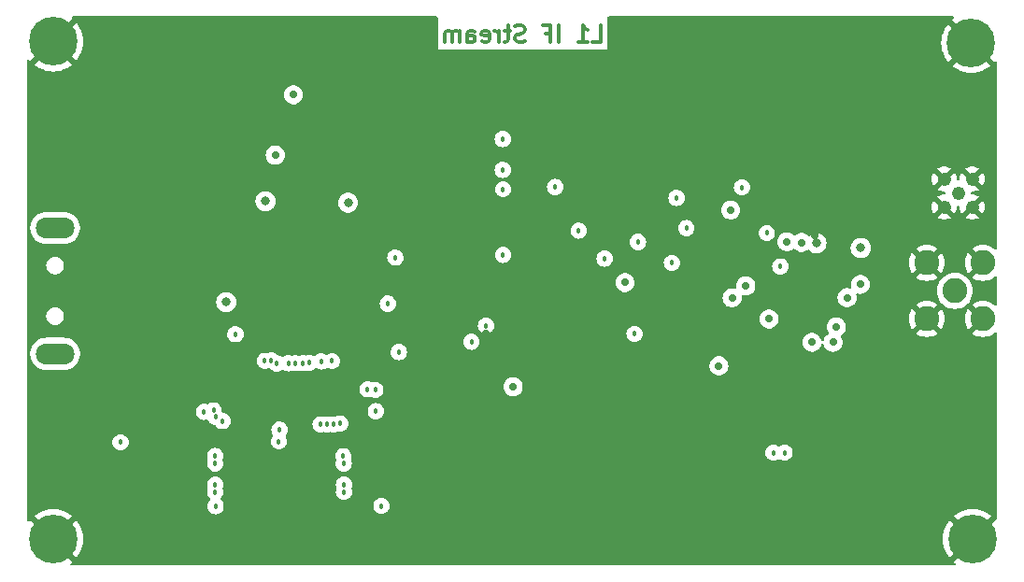
<source format=gbr>
G04 #@! TF.GenerationSoftware,KiCad,Pcbnew,7.0.6*
G04 #@! TF.CreationDate,2023-07-12T10:32:07-06:00*
G04 #@! TF.ProjectId,L1IFStream,4c314946-5374-4726-9561-6d2e6b696361,A*
G04 #@! TF.SameCoordinates,Original*
G04 #@! TF.FileFunction,Copper,L3,Inr*
G04 #@! TF.FilePolarity,Positive*
%FSLAX46Y46*%
G04 Gerber Fmt 4.6, Leading zero omitted, Abs format (unit mm)*
G04 Created by KiCad (PCBNEW 7.0.6) date 2023-07-12 10:32:07*
%MOMM*%
%LPD*%
G01*
G04 APERTURE LIST*
%ADD10C,0.300000*%
G04 #@! TA.AperFunction,NonConductor*
%ADD11C,0.300000*%
G04 #@! TD*
G04 #@! TA.AperFunction,ComponentPad*
%ADD12C,2.250000*%
G04 #@! TD*
G04 #@! TA.AperFunction,ComponentPad*
%ADD13C,1.240000*%
G04 #@! TD*
G04 #@! TA.AperFunction,ComponentPad*
%ADD14C,0.700000*%
G04 #@! TD*
G04 #@! TA.AperFunction,ComponentPad*
%ADD15C,4.400000*%
G04 #@! TD*
G04 #@! TA.AperFunction,ComponentPad*
%ADD16O,3.500000X1.900000*%
G04 #@! TD*
G04 #@! TA.AperFunction,ViaPad*
%ADD17C,0.700000*%
G04 #@! TD*
G04 #@! TA.AperFunction,ViaPad*
%ADD18C,0.800000*%
G04 #@! TD*
G04 #@! TA.AperFunction,ViaPad*
%ADD19C,0.600000*%
G04 #@! TD*
G04 #@! TA.AperFunction,ViaPad*
%ADD20C,0.457200*%
G04 #@! TD*
G04 APERTURE END LIST*
D10*
D11*
X141576427Y-75608328D02*
X142290713Y-75608328D01*
X142290713Y-75608328D02*
X142290713Y-74108328D01*
X140290712Y-75608328D02*
X141147855Y-75608328D01*
X140719284Y-75608328D02*
X140719284Y-74108328D01*
X140719284Y-74108328D02*
X140862141Y-74322614D01*
X140862141Y-74322614D02*
X141004998Y-74465471D01*
X141004998Y-74465471D02*
X141147855Y-74536900D01*
X138504999Y-75608328D02*
X138504999Y-74108328D01*
X137290713Y-74822614D02*
X137790713Y-74822614D01*
X137790713Y-75608328D02*
X137790713Y-74108328D01*
X137790713Y-74108328D02*
X137076427Y-74108328D01*
X135433570Y-75536900D02*
X135219285Y-75608328D01*
X135219285Y-75608328D02*
X134862142Y-75608328D01*
X134862142Y-75608328D02*
X134719285Y-75536900D01*
X134719285Y-75536900D02*
X134647856Y-75465471D01*
X134647856Y-75465471D02*
X134576427Y-75322614D01*
X134576427Y-75322614D02*
X134576427Y-75179757D01*
X134576427Y-75179757D02*
X134647856Y-75036900D01*
X134647856Y-75036900D02*
X134719285Y-74965471D01*
X134719285Y-74965471D02*
X134862142Y-74894042D01*
X134862142Y-74894042D02*
X135147856Y-74822614D01*
X135147856Y-74822614D02*
X135290713Y-74751185D01*
X135290713Y-74751185D02*
X135362142Y-74679757D01*
X135362142Y-74679757D02*
X135433570Y-74536900D01*
X135433570Y-74536900D02*
X135433570Y-74394042D01*
X135433570Y-74394042D02*
X135362142Y-74251185D01*
X135362142Y-74251185D02*
X135290713Y-74179757D01*
X135290713Y-74179757D02*
X135147856Y-74108328D01*
X135147856Y-74108328D02*
X134790713Y-74108328D01*
X134790713Y-74108328D02*
X134576427Y-74179757D01*
X134147856Y-74608328D02*
X133576428Y-74608328D01*
X133933571Y-74108328D02*
X133933571Y-75394042D01*
X133933571Y-75394042D02*
X133862142Y-75536900D01*
X133862142Y-75536900D02*
X133719285Y-75608328D01*
X133719285Y-75608328D02*
X133576428Y-75608328D01*
X133076428Y-75608328D02*
X133076428Y-74608328D01*
X133076428Y-74894042D02*
X133004999Y-74751185D01*
X133004999Y-74751185D02*
X132933571Y-74679757D01*
X132933571Y-74679757D02*
X132790713Y-74608328D01*
X132790713Y-74608328D02*
X132647856Y-74608328D01*
X131576428Y-75536900D02*
X131719285Y-75608328D01*
X131719285Y-75608328D02*
X132005000Y-75608328D01*
X132005000Y-75608328D02*
X132147857Y-75536900D01*
X132147857Y-75536900D02*
X132219285Y-75394042D01*
X132219285Y-75394042D02*
X132219285Y-74822614D01*
X132219285Y-74822614D02*
X132147857Y-74679757D01*
X132147857Y-74679757D02*
X132005000Y-74608328D01*
X132005000Y-74608328D02*
X131719285Y-74608328D01*
X131719285Y-74608328D02*
X131576428Y-74679757D01*
X131576428Y-74679757D02*
X131505000Y-74822614D01*
X131505000Y-74822614D02*
X131505000Y-74965471D01*
X131505000Y-74965471D02*
X132219285Y-75108328D01*
X130219286Y-75608328D02*
X130219286Y-74822614D01*
X130219286Y-74822614D02*
X130290714Y-74679757D01*
X130290714Y-74679757D02*
X130433571Y-74608328D01*
X130433571Y-74608328D02*
X130719286Y-74608328D01*
X130719286Y-74608328D02*
X130862143Y-74679757D01*
X130219286Y-75536900D02*
X130362143Y-75608328D01*
X130362143Y-75608328D02*
X130719286Y-75608328D01*
X130719286Y-75608328D02*
X130862143Y-75536900D01*
X130862143Y-75536900D02*
X130933571Y-75394042D01*
X130933571Y-75394042D02*
X130933571Y-75251185D01*
X130933571Y-75251185D02*
X130862143Y-75108328D01*
X130862143Y-75108328D02*
X130719286Y-75036900D01*
X130719286Y-75036900D02*
X130362143Y-75036900D01*
X130362143Y-75036900D02*
X130219286Y-74965471D01*
X129505000Y-75608328D02*
X129505000Y-74608328D01*
X129505000Y-74751185D02*
X129433571Y-74679757D01*
X129433571Y-74679757D02*
X129290714Y-74608328D01*
X129290714Y-74608328D02*
X129076428Y-74608328D01*
X129076428Y-74608328D02*
X128933571Y-74679757D01*
X128933571Y-74679757D02*
X128862143Y-74822614D01*
X128862143Y-74822614D02*
X128862143Y-75608328D01*
X128862143Y-74822614D02*
X128790714Y-74679757D01*
X128790714Y-74679757D02*
X128647857Y-74608328D01*
X128647857Y-74608328D02*
X128433571Y-74608328D01*
X128433571Y-74608328D02*
X128290714Y-74679757D01*
X128290714Y-74679757D02*
X128219285Y-74822614D01*
X128219285Y-74822614D02*
X128219285Y-75608328D01*
D12*
X174422000Y-98162000D03*
X176962000Y-95622000D03*
X171882000Y-95622000D03*
X176962000Y-100702000D03*
X171882000Y-100702000D03*
D13*
X174714000Y-89293700D03*
X173444000Y-88023700D03*
X173444000Y-90563700D03*
X175984000Y-88023700D03*
X175984000Y-90563700D03*
D14*
X91060000Y-120650000D03*
X91543274Y-119483274D03*
X91543274Y-121816726D03*
X92710000Y-119000000D03*
D15*
X92710000Y-120650000D03*
D14*
X92710000Y-122300000D03*
X93876726Y-119483274D03*
X93876726Y-121816726D03*
X94360000Y-120650000D03*
X91060000Y-75565000D03*
X91543274Y-74398274D03*
X91543274Y-76731726D03*
X92710000Y-73915000D03*
D15*
X92710000Y-75565000D03*
D14*
X92710000Y-77215000D03*
X93876726Y-74398274D03*
X93876726Y-76731726D03*
X94360000Y-75565000D03*
X174245000Y-75692000D03*
X174728274Y-74525274D03*
X174728274Y-76858726D03*
X175895000Y-74042000D03*
D15*
X175895000Y-75692000D03*
D14*
X175895000Y-77342000D03*
X177061726Y-74525274D03*
X177061726Y-76858726D03*
X177545000Y-75692000D03*
X174372000Y-120650000D03*
X174855274Y-119483274D03*
X174855274Y-121816726D03*
X176022000Y-119000000D03*
D15*
X176022000Y-120650000D03*
D14*
X176022000Y-122300000D03*
X177188726Y-119483274D03*
X177188726Y-121816726D03*
X177672000Y-120650000D03*
D16*
X92879000Y-103862000D03*
X92879000Y-92462000D03*
D17*
X156210000Y-100914000D03*
D18*
X162198000Y-96972000D03*
X159798000Y-98072000D03*
D19*
X167944800Y-90678000D03*
D17*
X131953000Y-102057200D03*
D18*
X111658000Y-99669600D03*
D17*
X143129000Y-109601000D03*
X147701000Y-97663000D03*
X144907000Y-85217000D03*
X148107000Y-88265000D03*
X169164000Y-104013000D03*
X111562000Y-98694200D03*
X149672000Y-95018900D03*
D18*
X162198000Y-99172000D03*
D17*
X165938000Y-102794000D03*
X125425200Y-107543600D03*
X123850400Y-106248200D03*
X130784600Y-107467400D03*
D18*
X123038000Y-102006000D03*
D17*
X143256000Y-104013000D03*
X111429800Y-94269586D03*
X143129000Y-98171000D03*
X161721800Y-93116400D03*
X167386000Y-111125000D03*
X169164000Y-109347000D03*
D18*
X160998000Y-99172000D03*
X104826000Y-95758000D03*
D17*
X165913000Y-103835000D03*
X166827000Y-92329000D03*
X158166000Y-90576400D03*
D18*
X110033000Y-76708000D03*
X104087000Y-89050000D03*
D20*
X147384000Y-105816000D03*
D17*
X169164000Y-92329000D03*
D18*
X111938000Y-87122000D03*
D17*
X169164000Y-85217000D03*
D18*
X159798000Y-99172000D03*
X159798000Y-96972000D03*
D17*
X169164000Y-98298000D03*
D18*
X154051000Y-94081600D03*
D17*
X143129000Y-85217000D03*
X169164000Y-111125000D03*
D18*
X115985000Y-87494000D03*
D17*
X107467400Y-111836200D03*
X156083000Y-85217000D03*
D20*
X128682000Y-99413200D03*
D17*
X144907000Y-111125000D03*
D18*
X118477000Y-93353400D03*
X162198000Y-98072000D03*
D17*
X166472000Y-101549000D03*
D18*
X123749000Y-89662000D03*
X113445000Y-107433000D03*
D17*
X156489000Y-94945200D03*
X162052000Y-111252000D03*
D20*
X135420000Y-98722200D03*
D18*
X119033000Y-107433000D03*
D17*
X150368000Y-111252000D03*
X155727000Y-103022000D03*
X95580200Y-104749600D03*
D18*
X100508000Y-98298000D03*
D17*
X161213800Y-90576400D03*
X166472000Y-100559000D03*
D18*
X99110800Y-102362000D03*
D17*
X156210000Y-111125000D03*
D18*
X153695000Y-95123000D03*
X105588000Y-99187000D03*
D17*
X145732000Y-99288600D03*
D20*
X135415000Y-100193000D03*
D18*
X103556000Y-95529400D03*
D17*
X121742200Y-111836200D03*
X143129000Y-111125000D03*
D18*
X125637000Y-96672000D03*
D17*
X111429800Y-95681800D03*
X152704800Y-108280200D03*
D18*
X160998000Y-98072000D03*
D17*
X167818000Y-92303600D03*
X143129000Y-92329000D03*
D18*
X119837000Y-100178000D03*
D19*
X126034800Y-84404200D03*
D20*
X135374000Y-101732000D03*
D17*
X155702000Y-102286000D03*
X97595300Y-94631900D03*
X162001200Y-90601800D03*
X97595300Y-92701500D03*
X101650800Y-118846600D03*
D18*
X160998000Y-96972000D03*
D17*
X169164000Y-86868000D03*
X167386000Y-85217000D03*
X155550000Y-94945200D03*
X143129000Y-86995000D03*
X150368000Y-85217000D03*
D18*
X119863000Y-94157800D03*
D17*
X162052000Y-85217000D03*
X115900200Y-118897400D03*
X96850200Y-108559600D03*
X159182000Y-90601800D03*
X148082000Y-96647000D03*
X157632400Y-108864400D03*
D18*
X116002000Y-101524000D03*
D17*
X155219000Y-100889000D03*
D18*
X161874000Y-93853000D03*
X165887400Y-94259400D03*
D20*
X157364000Y-92917400D03*
X155130000Y-88777800D03*
X138181000Y-88738900D03*
X149193000Y-89741900D03*
X140335000Y-92702400D03*
X158593000Y-95952400D03*
X142670000Y-95234600D03*
X150078000Y-92470400D03*
X107391200Y-113131600D03*
X118999000Y-113131600D03*
X119024400Y-113792000D03*
X107391200Y-113792000D03*
X107391200Y-116382800D03*
X119049800Y-116382800D03*
X107391200Y-115722400D03*
X119049800Y-115722400D03*
X157962600Y-112826800D03*
X158978600Y-112826800D03*
D17*
X134391400Y-106857800D03*
X144526000Y-97409000D03*
X159182000Y-93700600D03*
X160503000Y-93776800D03*
X155473000Y-97713800D03*
X154102000Y-90830400D03*
X163678000Y-101422000D03*
X157582000Y-100711000D03*
X154229000Y-98780600D03*
X153035000Y-104953000D03*
X161468000Y-102819000D03*
X163372800Y-102819000D03*
X164643000Y-98774000D03*
D20*
X123719000Y-95136700D03*
D17*
X165862000Y-97570000D03*
D20*
X145394000Y-102062000D03*
D17*
X112827000Y-85852000D03*
X114478000Y-80391000D03*
D20*
X133451600Y-84404200D03*
X133451600Y-87198200D03*
X133477000Y-88950800D03*
X133477000Y-94894400D03*
D18*
X111938000Y-90043000D03*
X119431000Y-90170000D03*
X108382000Y-99187000D03*
D20*
X123038000Y-99314000D03*
X145698000Y-93727100D03*
X148769000Y-95628100D03*
X106375200Y-109118400D03*
X109220000Y-102082600D03*
X111885419Y-104485601D03*
X107238800Y-108991400D03*
X112480711Y-104444968D03*
X107416600Y-109601000D03*
X108051600Y-109956600D03*
X112979200Y-104749600D03*
X114020600Y-104724200D03*
X116941600Y-110261390D03*
X114652639Y-104709660D03*
X117556185Y-110261390D03*
X115302179Y-104712621D03*
X118140388Y-110261390D03*
X118719600Y-110185200D03*
X115923683Y-104687546D03*
X107416600Y-117678200D03*
X116992400Y-104546400D03*
X121945400Y-109067600D03*
X121189249Y-107077829D03*
X122453400Y-117652800D03*
X121895000Y-107137000D03*
X117983000Y-104521000D03*
X130606800Y-102768400D03*
X98806000Y-111887000D03*
X124028200Y-103708200D03*
X131925000Y-101311000D03*
X113157000Y-111810800D03*
X113207800Y-110744000D03*
G04 #@! TA.AperFunction,Conductor*
G36*
X127501740Y-73282502D02*
G01*
X127548233Y-73336158D01*
X127558337Y-73406432D01*
X127555772Y-73412046D01*
X127555773Y-76272119D01*
X142954504Y-76272119D01*
X142954504Y-73417053D01*
X142953537Y-73415283D01*
X142954504Y-73401763D01*
X142954504Y-73392346D01*
X142955178Y-73392346D01*
X142958602Y-73344468D01*
X143001149Y-73287632D01*
X143067669Y-73262821D01*
X143076658Y-73262500D01*
X174239914Y-73262500D01*
X174308035Y-73282502D01*
X174354528Y-73336158D01*
X174364632Y-73406432D01*
X174335138Y-73471012D01*
X174317620Y-73487685D01*
X174167504Y-73605292D01*
X174167503Y-73605293D01*
X175315425Y-74753215D01*
X175297590Y-74762411D01*
X175132460Y-74892271D01*
X174994890Y-75051035D01*
X174958263Y-75114473D01*
X174414713Y-74570923D01*
X174528274Y-74570923D01*
X174567887Y-74653179D01*
X174639266Y-74710101D01*
X174705742Y-74725274D01*
X174750806Y-74725274D01*
X174817282Y-74710101D01*
X174888661Y-74653179D01*
X174928274Y-74570923D01*
X174928274Y-74479625D01*
X174888661Y-74397369D01*
X174817282Y-74340447D01*
X174750806Y-74325274D01*
X174705742Y-74325274D01*
X174639266Y-74340447D01*
X174567887Y-74397369D01*
X174528274Y-74479625D01*
X174528274Y-74570923D01*
X174414713Y-74570923D01*
X173808293Y-73964503D01*
X173808292Y-73964504D01*
X173662285Y-74150869D01*
X173662282Y-74150874D01*
X173492803Y-74431227D01*
X173358348Y-74729975D01*
X173260882Y-75042752D01*
X173260880Y-75042761D01*
X173201830Y-75364989D01*
X173201829Y-75364992D01*
X173182050Y-75691998D01*
X173182050Y-75692001D01*
X173201829Y-76019007D01*
X173201830Y-76019010D01*
X173260880Y-76341238D01*
X173260882Y-76341247D01*
X173358348Y-76654024D01*
X173492803Y-76952772D01*
X173662283Y-77233128D01*
X173808293Y-77419494D01*
X173808293Y-77419495D01*
X174323413Y-76904375D01*
X174528274Y-76904375D01*
X174567887Y-76986631D01*
X174639266Y-77043553D01*
X174705742Y-77058726D01*
X174750806Y-77058726D01*
X174817282Y-77043553D01*
X174888661Y-76986631D01*
X174928274Y-76904375D01*
X174928274Y-76813077D01*
X174888661Y-76730821D01*
X174817282Y-76673899D01*
X174750806Y-76658726D01*
X174705742Y-76658726D01*
X174639266Y-76673899D01*
X174567887Y-76730821D01*
X174528274Y-76813077D01*
X174528274Y-76904375D01*
X174323413Y-76904375D01*
X174956857Y-76270930D01*
X175059894Y-76415624D01*
X175211932Y-76560592D01*
X175317665Y-76628542D01*
X174167503Y-77778705D01*
X174353872Y-77924716D01*
X174634227Y-78094196D01*
X174932975Y-78228651D01*
X175245752Y-78326117D01*
X175245761Y-78326119D01*
X175567989Y-78385169D01*
X175567992Y-78385170D01*
X175894999Y-78404950D01*
X175895001Y-78404950D01*
X176222007Y-78385170D01*
X176222010Y-78385169D01*
X176544238Y-78326119D01*
X176544247Y-78326117D01*
X176857024Y-78228651D01*
X177155772Y-78094196D01*
X177436127Y-77924716D01*
X177622494Y-77778705D01*
X177622495Y-77778705D01*
X176748166Y-76904375D01*
X176861726Y-76904375D01*
X176901339Y-76986631D01*
X176972718Y-77043553D01*
X177039194Y-77058726D01*
X177084258Y-77058726D01*
X177150734Y-77043553D01*
X177222113Y-76986631D01*
X177261726Y-76904375D01*
X177261726Y-76813077D01*
X177222113Y-76730821D01*
X177150734Y-76673899D01*
X177084258Y-76658726D01*
X177039194Y-76658726D01*
X176972718Y-76673899D01*
X176901339Y-76730821D01*
X176861726Y-76813077D01*
X176861726Y-76904375D01*
X176748166Y-76904375D01*
X176474574Y-76630783D01*
X176492410Y-76621589D01*
X176657540Y-76491729D01*
X176795110Y-76332965D01*
X176831736Y-76269526D01*
X177981705Y-77419495D01*
X177981706Y-77419494D01*
X177997115Y-77399827D01*
X178054871Y-77358539D01*
X178125781Y-77355031D01*
X178187331Y-77390416D01*
X178219979Y-77453461D01*
X178222300Y-77477533D01*
X178222300Y-94277545D01*
X178202298Y-94345666D01*
X178148642Y-94392159D01*
X178078368Y-94402263D01*
X178014470Y-94373356D01*
X177924825Y-94296792D01*
X177924823Y-94296791D01*
X177705657Y-94162486D01*
X177468183Y-94064121D01*
X177218246Y-94004117D01*
X176961999Y-93983950D01*
X176705753Y-94004117D01*
X176455816Y-94064121D01*
X176218342Y-94162486D01*
X175999177Y-94296790D01*
X175999174Y-94296793D01*
X175997462Y-94298253D01*
X176566922Y-94867713D01*
X176444569Y-94941331D01*
X176310342Y-95068477D01*
X176206587Y-95221505D01*
X176205364Y-95224572D01*
X175638253Y-94657462D01*
X175636793Y-94659174D01*
X175636790Y-94659177D01*
X175502486Y-94878342D01*
X175404121Y-95115816D01*
X175344117Y-95365753D01*
X175323950Y-95621999D01*
X175344117Y-95878246D01*
X175404121Y-96128183D01*
X175502486Y-96365657D01*
X175636791Y-96584824D01*
X175638253Y-96586536D01*
X176208806Y-96015982D01*
X176254316Y-96101822D01*
X176374009Y-96242735D01*
X176521195Y-96354623D01*
X176567268Y-96375938D01*
X175997462Y-96945745D01*
X175997462Y-96945746D01*
X175999174Y-96947207D01*
X176218342Y-97081513D01*
X176455816Y-97179878D01*
X176705753Y-97239882D01*
X176961999Y-97260049D01*
X177218246Y-97239882D01*
X177468183Y-97179878D01*
X177705657Y-97081513D01*
X177924820Y-96947210D01*
X178014469Y-96870643D01*
X178079259Y-96841612D01*
X178149459Y-96852217D01*
X178202781Y-96899091D01*
X178222300Y-96966454D01*
X178222300Y-99357545D01*
X178202298Y-99425666D01*
X178148642Y-99472159D01*
X178078368Y-99482263D01*
X178014470Y-99453356D01*
X177924825Y-99376792D01*
X177924823Y-99376791D01*
X177705657Y-99242486D01*
X177468183Y-99144121D01*
X177218246Y-99084117D01*
X176962000Y-99063950D01*
X176705753Y-99084117D01*
X176455816Y-99144121D01*
X176218342Y-99242486D01*
X175999177Y-99376790D01*
X175999174Y-99376793D01*
X175997462Y-99378253D01*
X176566922Y-99947713D01*
X176444569Y-100021331D01*
X176310342Y-100148477D01*
X176206587Y-100301505D01*
X176205364Y-100304573D01*
X175638253Y-99737462D01*
X175636793Y-99739174D01*
X175636790Y-99739177D01*
X175502486Y-99958342D01*
X175404121Y-100195816D01*
X175344117Y-100445753D01*
X175323950Y-100702000D01*
X175344117Y-100958246D01*
X175404121Y-101208183D01*
X175502486Y-101445657D01*
X175636791Y-101664824D01*
X175638253Y-101666536D01*
X176208806Y-101095982D01*
X176254316Y-101181822D01*
X176374009Y-101322735D01*
X176521195Y-101434623D01*
X176567268Y-101455938D01*
X175997462Y-102025745D01*
X175997462Y-102025746D01*
X175999174Y-102027207D01*
X176218342Y-102161513D01*
X176455816Y-102259878D01*
X176705753Y-102319882D01*
X176962000Y-102340049D01*
X177218246Y-102319882D01*
X177468183Y-102259878D01*
X177705657Y-102161513D01*
X177924823Y-102027208D01*
X177924825Y-102027206D01*
X178014468Y-101950644D01*
X178079257Y-101921612D01*
X178149457Y-101932217D01*
X178202780Y-101979091D01*
X178222299Y-102046454D01*
X178222300Y-118795523D01*
X178202298Y-118863644D01*
X178148642Y-118910137D01*
X178114768Y-118916440D01*
X176960141Y-120071067D01*
X176857106Y-119926376D01*
X176705068Y-119781408D01*
X176599333Y-119713456D01*
X176783866Y-119528923D01*
X176988726Y-119528923D01*
X177028339Y-119611179D01*
X177099718Y-119668101D01*
X177166194Y-119683274D01*
X177211258Y-119683274D01*
X177277734Y-119668101D01*
X177349113Y-119611179D01*
X177388726Y-119528923D01*
X177388726Y-119437625D01*
X177349113Y-119355369D01*
X177277734Y-119298447D01*
X177211258Y-119283274D01*
X177166194Y-119283274D01*
X177099718Y-119298447D01*
X177028339Y-119355369D01*
X176988726Y-119437625D01*
X176988726Y-119528923D01*
X176783866Y-119528923D01*
X177749495Y-118563293D01*
X177563128Y-118417283D01*
X177282772Y-118247803D01*
X176984024Y-118113348D01*
X176671247Y-118015882D01*
X176671238Y-118015880D01*
X176349010Y-117956830D01*
X176349007Y-117956829D01*
X176022001Y-117937050D01*
X176021999Y-117937050D01*
X175694992Y-117956829D01*
X175694989Y-117956830D01*
X175372761Y-118015880D01*
X175372752Y-118015882D01*
X175059975Y-118113348D01*
X174761227Y-118247803D01*
X174480874Y-118417282D01*
X174480869Y-118417285D01*
X174294504Y-118563292D01*
X174294503Y-118563293D01*
X175442425Y-119711215D01*
X175424590Y-119720411D01*
X175259460Y-119850271D01*
X175121890Y-120009035D01*
X175085263Y-120072473D01*
X174541713Y-119528923D01*
X174655274Y-119528923D01*
X174694887Y-119611179D01*
X174766266Y-119668101D01*
X174832742Y-119683274D01*
X174877806Y-119683274D01*
X174944282Y-119668101D01*
X175015661Y-119611179D01*
X175055274Y-119528923D01*
X175055274Y-119437625D01*
X175015661Y-119355369D01*
X174944282Y-119298447D01*
X174877806Y-119283274D01*
X174832742Y-119283274D01*
X174766266Y-119298447D01*
X174694887Y-119355369D01*
X174655274Y-119437625D01*
X174655274Y-119528923D01*
X174541713Y-119528923D01*
X173935293Y-118922503D01*
X173935292Y-118922504D01*
X173789285Y-119108869D01*
X173789282Y-119108874D01*
X173619803Y-119389227D01*
X173485348Y-119687975D01*
X173387882Y-120000752D01*
X173387880Y-120000761D01*
X173328830Y-120322989D01*
X173328829Y-120322992D01*
X173309050Y-120649998D01*
X173309050Y-120650001D01*
X173328829Y-120977007D01*
X173328830Y-120977010D01*
X173387880Y-121299238D01*
X173387882Y-121299247D01*
X173485348Y-121612024D01*
X173619803Y-121910772D01*
X173789283Y-122191128D01*
X173935293Y-122377494D01*
X173935293Y-122377495D01*
X174450413Y-121862375D01*
X174655274Y-121862375D01*
X174694887Y-121944631D01*
X174766266Y-122001553D01*
X174832742Y-122016726D01*
X174877806Y-122016726D01*
X174944282Y-122001553D01*
X175015661Y-121944631D01*
X175055274Y-121862375D01*
X175055274Y-121771077D01*
X175015661Y-121688821D01*
X174944282Y-121631899D01*
X174877806Y-121616726D01*
X174832742Y-121616726D01*
X174766266Y-121631899D01*
X174694887Y-121688821D01*
X174655274Y-121771077D01*
X174655274Y-121862375D01*
X174450413Y-121862375D01*
X175083857Y-121228930D01*
X175186894Y-121373624D01*
X175338932Y-121518592D01*
X175444666Y-121586543D01*
X174294503Y-122736705D01*
X174421645Y-122836315D01*
X174462933Y-122894072D01*
X174466440Y-122964982D01*
X174431054Y-123026531D01*
X174368010Y-123059179D01*
X174343938Y-123061500D01*
X94388061Y-123061500D01*
X94319940Y-123041498D01*
X94273447Y-122987842D01*
X94263343Y-122917568D01*
X94292837Y-122852988D01*
X94310354Y-122836315D01*
X94437494Y-122736705D01*
X94437495Y-122736705D01*
X93563165Y-121862375D01*
X93676726Y-121862375D01*
X93716339Y-121944631D01*
X93787718Y-122001553D01*
X93854194Y-122016726D01*
X93899258Y-122016726D01*
X93965734Y-122001553D01*
X94037113Y-121944631D01*
X94076726Y-121862375D01*
X94076726Y-121771077D01*
X94037113Y-121688821D01*
X93965734Y-121631899D01*
X93899258Y-121616726D01*
X93854194Y-121616726D01*
X93787718Y-121631899D01*
X93716339Y-121688821D01*
X93676726Y-121771077D01*
X93676726Y-121862375D01*
X93563165Y-121862375D01*
X93289574Y-121588784D01*
X93307410Y-121579589D01*
X93472540Y-121449729D01*
X93610110Y-121290965D01*
X93646736Y-121227526D01*
X94796705Y-122377495D01*
X94796705Y-122377494D01*
X94942716Y-122191127D01*
X95112196Y-121910772D01*
X95246651Y-121612024D01*
X95344117Y-121299247D01*
X95344119Y-121299238D01*
X95403169Y-120977010D01*
X95403170Y-120977007D01*
X95422950Y-120650001D01*
X95422950Y-120649998D01*
X95403170Y-120322992D01*
X95403169Y-120322989D01*
X95344119Y-120000761D01*
X95344117Y-120000752D01*
X95246651Y-119687975D01*
X95112196Y-119389227D01*
X94942716Y-119108872D01*
X94796705Y-118922504D01*
X94796705Y-118922503D01*
X93648140Y-120071067D01*
X93545106Y-119926376D01*
X93393068Y-119781408D01*
X93287333Y-119713456D01*
X93471866Y-119528923D01*
X93676726Y-119528923D01*
X93716339Y-119611179D01*
X93787718Y-119668101D01*
X93854194Y-119683274D01*
X93899258Y-119683274D01*
X93965734Y-119668101D01*
X94037113Y-119611179D01*
X94076726Y-119528923D01*
X94076726Y-119437625D01*
X94037113Y-119355369D01*
X93965734Y-119298447D01*
X93899258Y-119283274D01*
X93854194Y-119283274D01*
X93787718Y-119298447D01*
X93716339Y-119355369D01*
X93676726Y-119437625D01*
X93676726Y-119528923D01*
X93471866Y-119528923D01*
X94437495Y-118563293D01*
X94251128Y-118417283D01*
X93970772Y-118247803D01*
X93672024Y-118113348D01*
X93359247Y-118015882D01*
X93359238Y-118015880D01*
X93037010Y-117956830D01*
X93037007Y-117956829D01*
X92710001Y-117937050D01*
X92709999Y-117937050D01*
X92382992Y-117956829D01*
X92382989Y-117956830D01*
X92060761Y-118015880D01*
X92060752Y-118015882D01*
X91747975Y-118113348D01*
X91449227Y-118247803D01*
X91168874Y-118417282D01*
X91168869Y-118417285D01*
X90982504Y-118563292D01*
X90982503Y-118563293D01*
X92130425Y-119711215D01*
X92112590Y-119720411D01*
X91947460Y-119850271D01*
X91809890Y-120009035D01*
X91773263Y-120072473D01*
X91229713Y-119528923D01*
X91343274Y-119528923D01*
X91382887Y-119611179D01*
X91454266Y-119668101D01*
X91520742Y-119683274D01*
X91565806Y-119683274D01*
X91632282Y-119668101D01*
X91703661Y-119611179D01*
X91743274Y-119528923D01*
X91743274Y-119437625D01*
X91703661Y-119355369D01*
X91632282Y-119298447D01*
X91565806Y-119283274D01*
X91520742Y-119283274D01*
X91454266Y-119298447D01*
X91382887Y-119355369D01*
X91343274Y-119437625D01*
X91343274Y-119528923D01*
X91229713Y-119528923D01*
X90623293Y-118922503D01*
X90548485Y-119017990D01*
X90490728Y-119059277D01*
X90419819Y-119062785D01*
X90358269Y-119027400D01*
X90325621Y-118964355D01*
X90323300Y-118940283D01*
X90323300Y-116382800D01*
X106649436Y-116382800D01*
X106668034Y-116547858D01*
X106668035Y-116547860D01*
X106722894Y-116704639D01*
X106722895Y-116704642D01*
X106811264Y-116845280D01*
X106811265Y-116845282D01*
X106920088Y-116954105D01*
X106954114Y-117016417D01*
X106949049Y-117087232D01*
X106920088Y-117132295D01*
X106836665Y-117215717D01*
X106836664Y-117215719D01*
X106748295Y-117356357D01*
X106748294Y-117356360D01*
X106748294Y-117356361D01*
X106693434Y-117513142D01*
X106674836Y-117678200D01*
X106693434Y-117843258D01*
X106693435Y-117843260D01*
X106748294Y-118000039D01*
X106748295Y-118000042D01*
X106836664Y-118140680D01*
X106836665Y-118140682D01*
X106954117Y-118258134D01*
X106954119Y-118258135D01*
X107094757Y-118346504D01*
X107094758Y-118346504D01*
X107094761Y-118346506D01*
X107251542Y-118401366D01*
X107416600Y-118419964D01*
X107581658Y-118401366D01*
X107738439Y-118346506D01*
X107879082Y-118258134D01*
X107996534Y-118140682D01*
X108084906Y-118000039D01*
X108139766Y-117843258D01*
X108158364Y-117678200D01*
X108155502Y-117652800D01*
X121711636Y-117652800D01*
X121730234Y-117817858D01*
X121730235Y-117817860D01*
X121785094Y-117974639D01*
X121785095Y-117974642D01*
X121873464Y-118115280D01*
X121873465Y-118115282D01*
X121990917Y-118232734D01*
X121990919Y-118232735D01*
X122131557Y-118321104D01*
X122131558Y-118321104D01*
X122131561Y-118321106D01*
X122288342Y-118375966D01*
X122453400Y-118394564D01*
X122618458Y-118375966D01*
X122775239Y-118321106D01*
X122915882Y-118232734D01*
X123033334Y-118115282D01*
X123121706Y-117974639D01*
X123176566Y-117817858D01*
X123195164Y-117652800D01*
X123176566Y-117487742D01*
X123121706Y-117330961D01*
X123121704Y-117330958D01*
X123121704Y-117330957D01*
X123033335Y-117190319D01*
X123033334Y-117190317D01*
X122915882Y-117072865D01*
X122915880Y-117072864D01*
X122775242Y-116984495D01*
X122775239Y-116984494D01*
X122688392Y-116954105D01*
X122618458Y-116929634D01*
X122453400Y-116911036D01*
X122453399Y-116911036D01*
X122429390Y-116913741D01*
X122288342Y-116929634D01*
X122288339Y-116929634D01*
X122288339Y-116929635D01*
X122131560Y-116984494D01*
X122131557Y-116984495D01*
X121990919Y-117072864D01*
X121990917Y-117072865D01*
X121873465Y-117190317D01*
X121873464Y-117190319D01*
X121785095Y-117330957D01*
X121785094Y-117330960D01*
X121776206Y-117356361D01*
X121730234Y-117487742D01*
X121711636Y-117652800D01*
X108155502Y-117652800D01*
X108139766Y-117513142D01*
X108084906Y-117356361D01*
X108084904Y-117356358D01*
X108084904Y-117356357D01*
X107996535Y-117215719D01*
X107996534Y-117215717D01*
X107887712Y-117106895D01*
X107853686Y-117044583D01*
X107858751Y-116973768D01*
X107887712Y-116928705D01*
X107971134Y-116845282D01*
X107971135Y-116845280D01*
X108059504Y-116704642D01*
X108059503Y-116704642D01*
X108059506Y-116704639D01*
X108114366Y-116547858D01*
X108132964Y-116382800D01*
X118308036Y-116382800D01*
X118326634Y-116547858D01*
X118326635Y-116547860D01*
X118381494Y-116704639D01*
X118381495Y-116704642D01*
X118469864Y-116845280D01*
X118469865Y-116845282D01*
X118587317Y-116962734D01*
X118587319Y-116962735D01*
X118727957Y-117051104D01*
X118727958Y-117051104D01*
X118727961Y-117051106D01*
X118884742Y-117105966D01*
X119049800Y-117124564D01*
X119214858Y-117105966D01*
X119371639Y-117051106D01*
X119512282Y-116962734D01*
X119629734Y-116845282D01*
X119718106Y-116704639D01*
X119772966Y-116547858D01*
X119791564Y-116382800D01*
X119772966Y-116217742D01*
X119729742Y-116094214D01*
X119726123Y-116023310D01*
X119729739Y-116010991D01*
X119772966Y-115887458D01*
X119791564Y-115722400D01*
X119772966Y-115557342D01*
X119718106Y-115400561D01*
X119718104Y-115400558D01*
X119718104Y-115400557D01*
X119629735Y-115259919D01*
X119629734Y-115259917D01*
X119512282Y-115142465D01*
X119512280Y-115142464D01*
X119371642Y-115054095D01*
X119371639Y-115054094D01*
X119371638Y-115054093D01*
X119214858Y-114999234D01*
X119049800Y-114980636D01*
X118884742Y-114999234D01*
X118884739Y-114999234D01*
X118884739Y-114999235D01*
X118727960Y-115054094D01*
X118727957Y-115054095D01*
X118587319Y-115142464D01*
X118587317Y-115142465D01*
X118469865Y-115259917D01*
X118469864Y-115259919D01*
X118381495Y-115400557D01*
X118381494Y-115400560D01*
X118381494Y-115400561D01*
X118326634Y-115557342D01*
X118308036Y-115722400D01*
X118326634Y-115887458D01*
X118326634Y-115887460D01*
X118326635Y-115887461D01*
X118369857Y-116010984D01*
X118373476Y-116081889D01*
X118369858Y-116094213D01*
X118326635Y-116217739D01*
X118326634Y-116217742D01*
X118308036Y-116382800D01*
X108132964Y-116382800D01*
X108114366Y-116217742D01*
X108071141Y-116094214D01*
X108067522Y-116023311D01*
X108071142Y-116010985D01*
X108071142Y-116010984D01*
X108114366Y-115887458D01*
X108132964Y-115722400D01*
X108114366Y-115557342D01*
X108059506Y-115400561D01*
X108059504Y-115400558D01*
X108059504Y-115400557D01*
X107971135Y-115259919D01*
X107971134Y-115259917D01*
X107853682Y-115142465D01*
X107853680Y-115142464D01*
X107713042Y-115054095D01*
X107713039Y-115054094D01*
X107713039Y-115054093D01*
X107556258Y-114999234D01*
X107391200Y-114980636D01*
X107391199Y-114980636D01*
X107367190Y-114983341D01*
X107226142Y-114999234D01*
X107226139Y-114999234D01*
X107226139Y-114999235D01*
X107069360Y-115054094D01*
X107069357Y-115054095D01*
X106928719Y-115142464D01*
X106928717Y-115142465D01*
X106811265Y-115259917D01*
X106811264Y-115259919D01*
X106722895Y-115400557D01*
X106722894Y-115400560D01*
X106722894Y-115400561D01*
X106668034Y-115557342D01*
X106649436Y-115722399D01*
X106649436Y-115722400D01*
X106668034Y-115887458D01*
X106711258Y-116010986D01*
X106714876Y-116081890D01*
X106711258Y-116094214D01*
X106668034Y-116217742D01*
X106649436Y-116382800D01*
X90323300Y-116382800D01*
X90323300Y-113792000D01*
X106649436Y-113792000D01*
X106668034Y-113957058D01*
X106668035Y-113957060D01*
X106722894Y-114113839D01*
X106722895Y-114113842D01*
X106811264Y-114254480D01*
X106811265Y-114254482D01*
X106928717Y-114371934D01*
X106928719Y-114371935D01*
X107069357Y-114460304D01*
X107069358Y-114460304D01*
X107069361Y-114460306D01*
X107226142Y-114515166D01*
X107391200Y-114533764D01*
X107556258Y-114515166D01*
X107713039Y-114460306D01*
X107853682Y-114371934D01*
X107971134Y-114254482D01*
X108059506Y-114113839D01*
X108114366Y-113957058D01*
X108132964Y-113792000D01*
X108114366Y-113626942D01*
X108071142Y-113503414D01*
X108067523Y-113432510D01*
X108071142Y-113420184D01*
X108075848Y-113406735D01*
X108114366Y-113296658D01*
X108132964Y-113131600D01*
X118257236Y-113131600D01*
X118275834Y-113296658D01*
X118275835Y-113296660D01*
X118331757Y-113456477D01*
X118335377Y-113527381D01*
X118331758Y-113539706D01*
X118301235Y-113626937D01*
X118301235Y-113626939D01*
X118301234Y-113626942D01*
X118282636Y-113792000D01*
X118301234Y-113957058D01*
X118301235Y-113957060D01*
X118356094Y-114113839D01*
X118356095Y-114113842D01*
X118444464Y-114254480D01*
X118444465Y-114254482D01*
X118561917Y-114371934D01*
X118561919Y-114371935D01*
X118702557Y-114460304D01*
X118702558Y-114460304D01*
X118702561Y-114460306D01*
X118859342Y-114515166D01*
X119024400Y-114533764D01*
X119189458Y-114515166D01*
X119346239Y-114460306D01*
X119486882Y-114371934D01*
X119604334Y-114254482D01*
X119692706Y-114113839D01*
X119747566Y-113957058D01*
X119766164Y-113792000D01*
X119747566Y-113626942D01*
X119692706Y-113470161D01*
X119691642Y-113467120D01*
X119688022Y-113396216D01*
X119691642Y-113383890D01*
X119699576Y-113361216D01*
X119722166Y-113296658D01*
X119740764Y-113131600D01*
X119722166Y-112966542D01*
X119673268Y-112826800D01*
X157220836Y-112826800D01*
X157239434Y-112991858D01*
X157239435Y-112991860D01*
X157294294Y-113148639D01*
X157294295Y-113148642D01*
X157382664Y-113289280D01*
X157382665Y-113289282D01*
X157500117Y-113406734D01*
X157500119Y-113406735D01*
X157640757Y-113495104D01*
X157640758Y-113495104D01*
X157640761Y-113495106D01*
X157797542Y-113549966D01*
X157962600Y-113568564D01*
X158127658Y-113549966D01*
X158284439Y-113495106D01*
X158384060Y-113432510D01*
X158403564Y-113420255D01*
X158471885Y-113400949D01*
X158537636Y-113420255D01*
X158590448Y-113453439D01*
X158656761Y-113495106D01*
X158813542Y-113549966D01*
X158978600Y-113568564D01*
X159143658Y-113549966D01*
X159300439Y-113495106D01*
X159441082Y-113406734D01*
X159558534Y-113289282D01*
X159646906Y-113148639D01*
X159701766Y-112991858D01*
X159720364Y-112826800D01*
X159701766Y-112661742D01*
X159646906Y-112504961D01*
X159646904Y-112504958D01*
X159646904Y-112504957D01*
X159558535Y-112364319D01*
X159558534Y-112364317D01*
X159441082Y-112246865D01*
X159441080Y-112246864D01*
X159300442Y-112158495D01*
X159300439Y-112158494D01*
X159226558Y-112132642D01*
X159143658Y-112103634D01*
X158978600Y-112085036D01*
X158813542Y-112103634D01*
X158813539Y-112103634D01*
X158813539Y-112103635D01*
X158656760Y-112158494D01*
X158656757Y-112158495D01*
X158537636Y-112233344D01*
X158469314Y-112252650D01*
X158403564Y-112233344D01*
X158284442Y-112158495D01*
X158284439Y-112158494D01*
X158210558Y-112132642D01*
X158127658Y-112103634D01*
X157962600Y-112085036D01*
X157962599Y-112085036D01*
X157938590Y-112087741D01*
X157797542Y-112103634D01*
X157797539Y-112103634D01*
X157797539Y-112103635D01*
X157640760Y-112158494D01*
X157640757Y-112158495D01*
X157500119Y-112246864D01*
X157500117Y-112246865D01*
X157382665Y-112364317D01*
X157382664Y-112364319D01*
X157294295Y-112504957D01*
X157294294Y-112504960D01*
X157257482Y-112610164D01*
X157239434Y-112661742D01*
X157220836Y-112826800D01*
X119673268Y-112826800D01*
X119667306Y-112809761D01*
X119667304Y-112809758D01*
X119667304Y-112809757D01*
X119578935Y-112669119D01*
X119578934Y-112669117D01*
X119461482Y-112551665D01*
X119461480Y-112551664D01*
X119320842Y-112463295D01*
X119320839Y-112463294D01*
X119320839Y-112463293D01*
X119164058Y-112408434D01*
X118999000Y-112389836D01*
X118833942Y-112408434D01*
X118833939Y-112408434D01*
X118833939Y-112408435D01*
X118677160Y-112463294D01*
X118677157Y-112463295D01*
X118536519Y-112551664D01*
X118536517Y-112551665D01*
X118419065Y-112669117D01*
X118419064Y-112669119D01*
X118330695Y-112809757D01*
X118330694Y-112809760D01*
X118275835Y-112966539D01*
X118275834Y-112966542D01*
X118257236Y-113131600D01*
X108132964Y-113131600D01*
X108114366Y-112966542D01*
X108059506Y-112809761D01*
X108059504Y-112809758D01*
X108059504Y-112809757D01*
X107971135Y-112669119D01*
X107971134Y-112669117D01*
X107853682Y-112551665D01*
X107853680Y-112551664D01*
X107713042Y-112463295D01*
X107713039Y-112463294D01*
X107713038Y-112463293D01*
X107556258Y-112408434D01*
X107391200Y-112389836D01*
X107391199Y-112389836D01*
X107383230Y-112390734D01*
X107226142Y-112408434D01*
X107226139Y-112408434D01*
X107226139Y-112408435D01*
X107069360Y-112463294D01*
X107069357Y-112463295D01*
X106928719Y-112551664D01*
X106928717Y-112551665D01*
X106811265Y-112669117D01*
X106811264Y-112669119D01*
X106722895Y-112809757D01*
X106722894Y-112809760D01*
X106668035Y-112966539D01*
X106668034Y-112966542D01*
X106649436Y-113131600D01*
X106668034Y-113296658D01*
X106706551Y-113406734D01*
X106711258Y-113420184D01*
X106714878Y-113491088D01*
X106711258Y-113503414D01*
X106668034Y-113626942D01*
X106649436Y-113792000D01*
X90323300Y-113792000D01*
X90323300Y-111887000D01*
X98064236Y-111887000D01*
X98082834Y-112052058D01*
X98111032Y-112132642D01*
X98137694Y-112208839D01*
X98137695Y-112208842D01*
X98226064Y-112349480D01*
X98226065Y-112349482D01*
X98343517Y-112466934D01*
X98343519Y-112466935D01*
X98484157Y-112555304D01*
X98484158Y-112555304D01*
X98484161Y-112555306D01*
X98640942Y-112610166D01*
X98806000Y-112628764D01*
X98971058Y-112610166D01*
X99127839Y-112555306D01*
X99268482Y-112466934D01*
X99385934Y-112349482D01*
X99474306Y-112208839D01*
X99529166Y-112052058D01*
X99547764Y-111887000D01*
X99539178Y-111810800D01*
X112415236Y-111810800D01*
X112433834Y-111975858D01*
X112433835Y-111975860D01*
X112488694Y-112132639D01*
X112488695Y-112132642D01*
X112577064Y-112273280D01*
X112577065Y-112273282D01*
X112694517Y-112390734D01*
X112694519Y-112390735D01*
X112835157Y-112479104D01*
X112835158Y-112479104D01*
X112835161Y-112479106D01*
X112991942Y-112533966D01*
X113157000Y-112552564D01*
X113322058Y-112533966D01*
X113478839Y-112479106D01*
X113619482Y-112390734D01*
X113736934Y-112273282D01*
X113825306Y-112132639D01*
X113880166Y-111975858D01*
X113898764Y-111810800D01*
X113880166Y-111645742D01*
X113825306Y-111488961D01*
X113755262Y-111377488D01*
X113735958Y-111309171D01*
X113756653Y-111241258D01*
X113772854Y-111221361D01*
X113787734Y-111206482D01*
X113876106Y-111065839D01*
X113930966Y-110909058D01*
X113949564Y-110744000D01*
X113930966Y-110578942D01*
X113876106Y-110422161D01*
X113876104Y-110422158D01*
X113876104Y-110422157D01*
X113787735Y-110281519D01*
X113787734Y-110281517D01*
X113767607Y-110261390D01*
X116199836Y-110261390D01*
X116218434Y-110426448D01*
X116218435Y-110426450D01*
X116273294Y-110583229D01*
X116273295Y-110583232D01*
X116361664Y-110723870D01*
X116361665Y-110723872D01*
X116479117Y-110841324D01*
X116479119Y-110841325D01*
X116619757Y-110929694D01*
X116619758Y-110929694D01*
X116619761Y-110929696D01*
X116776542Y-110984556D01*
X116941600Y-111003154D01*
X117106658Y-110984556D01*
X117207279Y-110949346D01*
X117278180Y-110945727D01*
X117290489Y-110949341D01*
X117391127Y-110984556D01*
X117556185Y-111003154D01*
X117721243Y-110984556D01*
X117806671Y-110954662D01*
X117877574Y-110951043D01*
X117889898Y-110954661D01*
X117975330Y-110984556D01*
X118140388Y-111003154D01*
X118305446Y-110984556D01*
X118462227Y-110929696D01*
X118467716Y-110926246D01*
X118536032Y-110906940D01*
X118548860Y-110907725D01*
X118554538Y-110908364D01*
X118554542Y-110908366D01*
X118719600Y-110926964D01*
X118884658Y-110908366D01*
X119041439Y-110853506D01*
X119182082Y-110765134D01*
X119299534Y-110647682D01*
X119387906Y-110507039D01*
X119442766Y-110350258D01*
X119461364Y-110185200D01*
X119442766Y-110020142D01*
X119387906Y-109863361D01*
X119387904Y-109863358D01*
X119387904Y-109863357D01*
X119299535Y-109722719D01*
X119299534Y-109722717D01*
X119182082Y-109605265D01*
X119182080Y-109605264D01*
X119041442Y-109516895D01*
X119041439Y-109516894D01*
X119041438Y-109516893D01*
X118884658Y-109462034D01*
X118719600Y-109443436D01*
X118554542Y-109462034D01*
X118554539Y-109462034D01*
X118554539Y-109462035D01*
X118397761Y-109516893D01*
X118397756Y-109516896D01*
X118392262Y-109520348D01*
X118323939Y-109539649D01*
X118311126Y-109538864D01*
X118140388Y-109519626D01*
X117975329Y-109538224D01*
X117889900Y-109568117D01*
X117818996Y-109571735D01*
X117806676Y-109568118D01*
X117721243Y-109538224D01*
X117556185Y-109519626D01*
X117391127Y-109538224D01*
X117391125Y-109538224D01*
X117391122Y-109538225D01*
X117290506Y-109573431D01*
X117219601Y-109577049D01*
X117207279Y-109573431D01*
X117110730Y-109539649D01*
X117106658Y-109538224D01*
X116941600Y-109519626D01*
X116776542Y-109538224D01*
X116776539Y-109538224D01*
X116776539Y-109538225D01*
X116619760Y-109593084D01*
X116619757Y-109593085D01*
X116479119Y-109681454D01*
X116479117Y-109681455D01*
X116361665Y-109798907D01*
X116361664Y-109798909D01*
X116273295Y-109939547D01*
X116273294Y-109939550D01*
X116225655Y-110075695D01*
X116218434Y-110096332D01*
X116199836Y-110261390D01*
X113767607Y-110261390D01*
X113670282Y-110164065D01*
X113670280Y-110164064D01*
X113529642Y-110075695D01*
X113529639Y-110075694D01*
X113494733Y-110063480D01*
X113372858Y-110020834D01*
X113207800Y-110002236D01*
X113207799Y-110002236D01*
X113183790Y-110004941D01*
X113042742Y-110020834D01*
X113042739Y-110020834D01*
X113042739Y-110020835D01*
X112885960Y-110075694D01*
X112885957Y-110075695D01*
X112745319Y-110164064D01*
X112745317Y-110164065D01*
X112627865Y-110281517D01*
X112627864Y-110281519D01*
X112539495Y-110422157D01*
X112539494Y-110422160D01*
X112539494Y-110422161D01*
X112484634Y-110578942D01*
X112466036Y-110744000D01*
X112484634Y-110909058D01*
X112497465Y-110945727D01*
X112539494Y-111065839D01*
X112539495Y-111065841D01*
X112609534Y-111177308D01*
X112628840Y-111245629D01*
X112608145Y-111313542D01*
X112591947Y-111333435D01*
X112577066Y-111348317D01*
X112577065Y-111348318D01*
X112488695Y-111488958D01*
X112488694Y-111488960D01*
X112488694Y-111488961D01*
X112433834Y-111645742D01*
X112415236Y-111810800D01*
X99539178Y-111810800D01*
X99529166Y-111721942D01*
X99474306Y-111565161D01*
X99474304Y-111565158D01*
X99474304Y-111565157D01*
X99385935Y-111424519D01*
X99385934Y-111424517D01*
X99268482Y-111307065D01*
X99268480Y-111307064D01*
X99127842Y-111218695D01*
X99127839Y-111218694D01*
X99092936Y-111206481D01*
X98971058Y-111163834D01*
X98806000Y-111145236D01*
X98805999Y-111145236D01*
X98781990Y-111147941D01*
X98640942Y-111163834D01*
X98640939Y-111163834D01*
X98640939Y-111163835D01*
X98484160Y-111218694D01*
X98484157Y-111218695D01*
X98343519Y-111307064D01*
X98343517Y-111307065D01*
X98226065Y-111424517D01*
X98226064Y-111424519D01*
X98137695Y-111565157D01*
X98137694Y-111565160D01*
X98082835Y-111721939D01*
X98082834Y-111721942D01*
X98064236Y-111887000D01*
X90323300Y-111887000D01*
X90323300Y-109118400D01*
X105633436Y-109118400D01*
X105652034Y-109283458D01*
X105652035Y-109283460D01*
X105706894Y-109440239D01*
X105706895Y-109440242D01*
X105795264Y-109580880D01*
X105795265Y-109580882D01*
X105912717Y-109698334D01*
X105912719Y-109698335D01*
X106053357Y-109786704D01*
X106053358Y-109786704D01*
X106053361Y-109786706D01*
X106210142Y-109841566D01*
X106375200Y-109860164D01*
X106540258Y-109841566D01*
X106581337Y-109827191D01*
X106652238Y-109823572D01*
X106713844Y-109858861D01*
X106741879Y-109904506D01*
X106748294Y-109922839D01*
X106748295Y-109922842D01*
X106836664Y-110063480D01*
X106836665Y-110063482D01*
X106954117Y-110180934D01*
X106954119Y-110180935D01*
X107094757Y-110269304D01*
X107094758Y-110269304D01*
X107094761Y-110269306D01*
X107251542Y-110324166D01*
X107363960Y-110336832D01*
X107429409Y-110364334D01*
X107456536Y-110395003D01*
X107471666Y-110419082D01*
X107471669Y-110419086D01*
X107589117Y-110536534D01*
X107589119Y-110536535D01*
X107729757Y-110624904D01*
X107729758Y-110624904D01*
X107729761Y-110624906D01*
X107886542Y-110679766D01*
X108051600Y-110698364D01*
X108216658Y-110679766D01*
X108373439Y-110624906D01*
X108514082Y-110536534D01*
X108631534Y-110419082D01*
X108719906Y-110278439D01*
X108774766Y-110121658D01*
X108793364Y-109956600D01*
X108774766Y-109791542D01*
X108719906Y-109634761D01*
X108719904Y-109634758D01*
X108719904Y-109634757D01*
X108631535Y-109494119D01*
X108631534Y-109494117D01*
X108514082Y-109376665D01*
X108514080Y-109376664D01*
X108373442Y-109288295D01*
X108373439Y-109288294D01*
X108216661Y-109233435D01*
X108216660Y-109233434D01*
X108216658Y-109233434D01*
X108143363Y-109225175D01*
X108104241Y-109220767D01*
X108038788Y-109193262D01*
X108011663Y-109162596D01*
X107996534Y-109138518D01*
X107996532Y-109138516D01*
X107992769Y-109132527D01*
X107995373Y-109130890D01*
X107973717Y-109077775D01*
X107973771Y-109067600D01*
X121203636Y-109067600D01*
X121222234Y-109232658D01*
X121241702Y-109288294D01*
X121277094Y-109389439D01*
X121277095Y-109389442D01*
X121365464Y-109530080D01*
X121365465Y-109530082D01*
X121482917Y-109647534D01*
X121482919Y-109647535D01*
X121623557Y-109735904D01*
X121623558Y-109735904D01*
X121623561Y-109735906D01*
X121780342Y-109790766D01*
X121945400Y-109809364D01*
X122110458Y-109790766D01*
X122267239Y-109735906D01*
X122407882Y-109647534D01*
X122525334Y-109530082D01*
X122613706Y-109389439D01*
X122668566Y-109232658D01*
X122687164Y-109067600D01*
X122668566Y-108902542D01*
X122613706Y-108745761D01*
X122613704Y-108745758D01*
X122613704Y-108745757D01*
X122525335Y-108605119D01*
X122525334Y-108605117D01*
X122407882Y-108487665D01*
X122407880Y-108487664D01*
X122267242Y-108399295D01*
X122267239Y-108399294D01*
X122202486Y-108376636D01*
X122110458Y-108344434D01*
X121945400Y-108325836D01*
X121780342Y-108344434D01*
X121780339Y-108344434D01*
X121780339Y-108344435D01*
X121623560Y-108399294D01*
X121623557Y-108399295D01*
X121482919Y-108487664D01*
X121482917Y-108487665D01*
X121365465Y-108605117D01*
X121365464Y-108605119D01*
X121277095Y-108745757D01*
X121277094Y-108745760D01*
X121222235Y-108902539D01*
X121222234Y-108902542D01*
X121203636Y-109067600D01*
X107973771Y-109067600D01*
X107973860Y-109050895D01*
X107980564Y-108991400D01*
X107961966Y-108826342D01*
X107907106Y-108669561D01*
X107907104Y-108669558D01*
X107907104Y-108669557D01*
X107818735Y-108528919D01*
X107818734Y-108528917D01*
X107701282Y-108411465D01*
X107701280Y-108411464D01*
X107560642Y-108323095D01*
X107560639Y-108323094D01*
X107560639Y-108323093D01*
X107403858Y-108268234D01*
X107238800Y-108249636D01*
X107073742Y-108268234D01*
X107073739Y-108268234D01*
X107073739Y-108268235D01*
X106916960Y-108323094D01*
X106916958Y-108323095D01*
X106776318Y-108411465D01*
X106772918Y-108414177D01*
X106707188Y-108441010D01*
X106652746Y-108434595D01*
X106540258Y-108395234D01*
X106540257Y-108395233D01*
X106375200Y-108376636D01*
X106375199Y-108376636D01*
X106351190Y-108379341D01*
X106210142Y-108395234D01*
X106210139Y-108395234D01*
X106210139Y-108395235D01*
X106053360Y-108450094D01*
X106053357Y-108450095D01*
X105912719Y-108538464D01*
X105912717Y-108538465D01*
X105795265Y-108655917D01*
X105795264Y-108655919D01*
X105706895Y-108796557D01*
X105706894Y-108796560D01*
X105706894Y-108796561D01*
X105652034Y-108953342D01*
X105633436Y-109118400D01*
X90323300Y-109118400D01*
X90323300Y-107077829D01*
X120447485Y-107077829D01*
X120466083Y-107242887D01*
X120466084Y-107242889D01*
X120520943Y-107399668D01*
X120520944Y-107399671D01*
X120609313Y-107540309D01*
X120609314Y-107540311D01*
X120726766Y-107657763D01*
X120726768Y-107657764D01*
X120867406Y-107746133D01*
X120867407Y-107746133D01*
X120867410Y-107746135D01*
X121024191Y-107800995D01*
X121189249Y-107819593D01*
X121354307Y-107800995D01*
X121433199Y-107773388D01*
X121504099Y-107769769D01*
X121541848Y-107785630D01*
X121573161Y-107805306D01*
X121729942Y-107860166D01*
X121895000Y-107878764D01*
X122060058Y-107860166D01*
X122216839Y-107805306D01*
X122357482Y-107716934D01*
X122474934Y-107599482D01*
X122563306Y-107458839D01*
X122618166Y-107302058D01*
X122636764Y-107137000D01*
X122618166Y-106971942D01*
X122578226Y-106857800D01*
X133528171Y-106857800D01*
X133533948Y-106912768D01*
X133547036Y-107037280D01*
X133602798Y-107208902D01*
X133602801Y-107208908D01*
X133693031Y-107365190D01*
X133693038Y-107365200D01*
X133813784Y-107499302D01*
X133813787Y-107499304D01*
X133959785Y-107605378D01*
X134124648Y-107678780D01*
X134263647Y-107708324D01*
X134301167Y-107716300D01*
X134301168Y-107716300D01*
X134481633Y-107716300D01*
X134512575Y-107709722D01*
X134658152Y-107678780D01*
X134823015Y-107605378D01*
X134969013Y-107499304D01*
X135089767Y-107365193D01*
X135179999Y-107208907D01*
X135235765Y-107037275D01*
X135254629Y-106857800D01*
X135235765Y-106678325D01*
X135215303Y-106615348D01*
X135180001Y-106506697D01*
X135179998Y-106506691D01*
X135089768Y-106350409D01*
X135089761Y-106350399D01*
X134969015Y-106216297D01*
X134823015Y-106110222D01*
X134658152Y-106036820D01*
X134481633Y-105999300D01*
X134481632Y-105999300D01*
X134301168Y-105999300D01*
X134301167Y-105999300D01*
X134124650Y-106036819D01*
X133959783Y-106110222D01*
X133959783Y-106110223D01*
X133813784Y-106216297D01*
X133693038Y-106350399D01*
X133693031Y-106350409D01*
X133602801Y-106506691D01*
X133602798Y-106506697D01*
X133547036Y-106678319D01*
X133547035Y-106678323D01*
X133547035Y-106678325D01*
X133528171Y-106857800D01*
X122578226Y-106857800D01*
X122563306Y-106815161D01*
X122563304Y-106815158D01*
X122563304Y-106815157D01*
X122474935Y-106674519D01*
X122474934Y-106674517D01*
X122357482Y-106557065D01*
X122357480Y-106557064D01*
X122216842Y-106468695D01*
X122216839Y-106468694D01*
X122216838Y-106468693D01*
X122060058Y-106413834D01*
X121895000Y-106395236D01*
X121894999Y-106395236D01*
X121729941Y-106413834D01*
X121686040Y-106429196D01*
X121651048Y-106441440D01*
X121580145Y-106445058D01*
X121542398Y-106429196D01*
X121511092Y-106409525D01*
X121511088Y-106409523D01*
X121470258Y-106395236D01*
X121354307Y-106354663D01*
X121189249Y-106336065D01*
X121189248Y-106336065D01*
X121165239Y-106338770D01*
X121024191Y-106354663D01*
X121024188Y-106354663D01*
X121024188Y-106354664D01*
X120867409Y-106409523D01*
X120867406Y-106409524D01*
X120726768Y-106497893D01*
X120726766Y-106497894D01*
X120609314Y-106615346D01*
X120609313Y-106615348D01*
X120520944Y-106755986D01*
X120520943Y-106755989D01*
X120485318Y-106857800D01*
X120466083Y-106912771D01*
X120447485Y-107077829D01*
X90323300Y-107077829D01*
X90323300Y-103982855D01*
X90620500Y-103982855D01*
X90639130Y-104094500D01*
X90660283Y-104221265D01*
X90660285Y-104221272D01*
X90738765Y-104449878D01*
X90738766Y-104449880D01*
X90847424Y-104650661D01*
X90853808Y-104662458D01*
X90994206Y-104842842D01*
X91002274Y-104853207D01*
X91180097Y-105016904D01*
X91180099Y-105016905D01*
X91180100Y-105016906D01*
X91382451Y-105149109D01*
X91603803Y-105246203D01*
X91603804Y-105246203D01*
X91603806Y-105246204D01*
X91832441Y-105304102D01*
X91838116Y-105305539D01*
X91998756Y-105318849D01*
X92018668Y-105320500D01*
X92018670Y-105320500D01*
X93739332Y-105320500D01*
X93758202Y-105318936D01*
X93919884Y-105305539D01*
X94154197Y-105246203D01*
X94375549Y-105149109D01*
X94577900Y-105016906D01*
X94622357Y-104975979D01*
X94755725Y-104853207D01*
X94755726Y-104853205D01*
X94755731Y-104853201D01*
X94904192Y-104662458D01*
X94999902Y-104485601D01*
X111143655Y-104485601D01*
X111162253Y-104650659D01*
X111205244Y-104773519D01*
X111217113Y-104807440D01*
X111217114Y-104807443D01*
X111305483Y-104948081D01*
X111305484Y-104948083D01*
X111422936Y-105065535D01*
X111422938Y-105065536D01*
X111563576Y-105153905D01*
X111563577Y-105153905D01*
X111563580Y-105153907D01*
X111720361Y-105208767D01*
X111885419Y-105227365D01*
X112050477Y-105208767D01*
X112199513Y-105156616D01*
X112270415Y-105152997D01*
X112282717Y-105156609D01*
X112315653Y-105168134D01*
X112317136Y-105168301D01*
X112318032Y-105168677D01*
X112322559Y-105169711D01*
X112322378Y-105170503D01*
X112382592Y-105195797D01*
X112394009Y-105207331D01*
X112394262Y-105207079D01*
X112516717Y-105329534D01*
X112516719Y-105329535D01*
X112657357Y-105417904D01*
X112657358Y-105417904D01*
X112657361Y-105417906D01*
X112814142Y-105472766D01*
X112979200Y-105491364D01*
X113144258Y-105472766D01*
X113301039Y-105417906D01*
X113441682Y-105329534D01*
X113441682Y-105329533D01*
X113447674Y-105325769D01*
X113448485Y-105327059D01*
X113506624Y-105303316D01*
X113576429Y-105316268D01*
X113586506Y-105321972D01*
X113662631Y-105369804D01*
X113698761Y-105392506D01*
X113855542Y-105447366D01*
X114020600Y-105465964D01*
X114185658Y-105447366D01*
X114315784Y-105401832D01*
X114386684Y-105398213D01*
X114398986Y-105401825D01*
X114487581Y-105432826D01*
X114652639Y-105451424D01*
X114817697Y-105432826D01*
X114931565Y-105392981D01*
X115002467Y-105389362D01*
X115014776Y-105392976D01*
X115137121Y-105435787D01*
X115302179Y-105454385D01*
X115467237Y-105435787D01*
X115564272Y-105401833D01*
X115607147Y-105386831D01*
X115678052Y-105383212D01*
X115690376Y-105386830D01*
X115758625Y-105410712D01*
X115923683Y-105429310D01*
X116088741Y-105410712D01*
X116245522Y-105355852D01*
X116382845Y-105269566D01*
X116386162Y-105267482D01*
X116386162Y-105267481D01*
X116386165Y-105267480D01*
X116457266Y-105196378D01*
X116519576Y-105162355D01*
X116590392Y-105167419D01*
X116613395Y-105178787D01*
X116641395Y-105196380D01*
X116670561Y-105214706D01*
X116827342Y-105269566D01*
X116992400Y-105288164D01*
X117157458Y-105269566D01*
X117314239Y-105214706D01*
X117440876Y-105135134D01*
X117509196Y-105115829D01*
X117574947Y-105135135D01*
X117661157Y-105189304D01*
X117661158Y-105189304D01*
X117661161Y-105189306D01*
X117817942Y-105244166D01*
X117983000Y-105262764D01*
X118148058Y-105244166D01*
X118304839Y-105189306D01*
X118445482Y-105100934D01*
X118562934Y-104983482D01*
X118582087Y-104953000D01*
X152171771Y-104953000D01*
X152188885Y-105115829D01*
X152190636Y-105132480D01*
X152246398Y-105304102D01*
X152246401Y-105304108D01*
X152336631Y-105460390D01*
X152336638Y-105460400D01*
X152457384Y-105594502D01*
X152457387Y-105594504D01*
X152603385Y-105700578D01*
X152768248Y-105773980D01*
X152907247Y-105803524D01*
X152944767Y-105811500D01*
X152944768Y-105811500D01*
X153125233Y-105811500D01*
X153156175Y-105804922D01*
X153301752Y-105773980D01*
X153466615Y-105700578D01*
X153612613Y-105594504D01*
X153705482Y-105491363D01*
X153733361Y-105460400D01*
X153733362Y-105460398D01*
X153733367Y-105460393D01*
X153823599Y-105304107D01*
X153828780Y-105288163D01*
X153853499Y-105212082D01*
X153879365Y-105132475D01*
X153898229Y-104953000D01*
X153879365Y-104773525D01*
X153875612Y-104761975D01*
X153823601Y-104601897D01*
X153823598Y-104601891D01*
X153756458Y-104485601D01*
X153733367Y-104445607D01*
X153733365Y-104445605D01*
X153733361Y-104445599D01*
X153612615Y-104311497D01*
X153466615Y-104205422D01*
X153301752Y-104132020D01*
X153125233Y-104094500D01*
X153125232Y-104094500D01*
X152944768Y-104094500D01*
X152944767Y-104094500D01*
X152768250Y-104132019D01*
X152603383Y-104205422D01*
X152603383Y-104205423D01*
X152457384Y-104311497D01*
X152336638Y-104445599D01*
X152336631Y-104445609D01*
X152246401Y-104601891D01*
X152246398Y-104601897D01*
X152190636Y-104773519D01*
X152190635Y-104773523D01*
X152190635Y-104773525D01*
X152171771Y-104953000D01*
X118582087Y-104953000D01*
X118651306Y-104842839D01*
X118706166Y-104686058D01*
X118724764Y-104521000D01*
X118706166Y-104355942D01*
X118651306Y-104199161D01*
X118651304Y-104199158D01*
X118651304Y-104199157D01*
X118562935Y-104058519D01*
X118562934Y-104058517D01*
X118445482Y-103941065D01*
X118445480Y-103941064D01*
X118304842Y-103852695D01*
X118304839Y-103852694D01*
X118304839Y-103852693D01*
X118148058Y-103797834D01*
X117983000Y-103779236D01*
X117982999Y-103779236D01*
X117958990Y-103781941D01*
X117817942Y-103797834D01*
X117817939Y-103797834D01*
X117817939Y-103797835D01*
X117661162Y-103852693D01*
X117534524Y-103932265D01*
X117466202Y-103951570D01*
X117400452Y-103932265D01*
X117353444Y-103902728D01*
X117314239Y-103878094D01*
X117314238Y-103878093D01*
X117314237Y-103878093D01*
X117235848Y-103850664D01*
X117157458Y-103823234D01*
X116992400Y-103804636D01*
X116827342Y-103823234D01*
X116827339Y-103823234D01*
X116827339Y-103823235D01*
X116670560Y-103878094D01*
X116670557Y-103878095D01*
X116529920Y-103966463D01*
X116458817Y-104037566D01*
X116396504Y-104071591D01*
X116325689Y-104066525D01*
X116302687Y-104055158D01*
X116245522Y-104019240D01*
X116160401Y-103989455D01*
X116088741Y-103964380D01*
X115923683Y-103945782D01*
X115758625Y-103964380D01*
X115758622Y-103964380D01*
X115758622Y-103964381D01*
X115618715Y-104013336D01*
X115547810Y-104016955D01*
X115535485Y-104013336D01*
X115467237Y-103989455D01*
X115302179Y-103970857D01*
X115137120Y-103989455D01*
X115023253Y-104029299D01*
X114952349Y-104032917D01*
X114940024Y-104029298D01*
X114911280Y-104019240D01*
X114817697Y-103986494D01*
X114652639Y-103967896D01*
X114652638Y-103967896D01*
X114487580Y-103986494D01*
X114357457Y-104032026D01*
X114286553Y-104035644D01*
X114274229Y-104032026D01*
X114185658Y-104001034D01*
X114020600Y-103982436D01*
X113855542Y-104001034D01*
X113855539Y-104001034D01*
X113855539Y-104001035D01*
X113698760Y-104055894D01*
X113698757Y-104055895D01*
X113552126Y-104148030D01*
X113551316Y-104146741D01*
X113493162Y-104170485D01*
X113423359Y-104157525D01*
X113413293Y-104151827D01*
X113301042Y-104081295D01*
X113301039Y-104081294D01*
X113144261Y-104026434D01*
X113144251Y-104026432D01*
X113142747Y-104026263D01*
X113141842Y-104025882D01*
X113137361Y-104024860D01*
X113137540Y-104024074D01*
X113077297Y-103998753D01*
X113065899Y-103987238D01*
X113065649Y-103987489D01*
X112943193Y-103865033D01*
X112943191Y-103865032D01*
X112802553Y-103776663D01*
X112802550Y-103776662D01*
X112761894Y-103762436D01*
X112645769Y-103721802D01*
X112525051Y-103708200D01*
X123286436Y-103708200D01*
X123305034Y-103873258D01*
X123343382Y-103982850D01*
X123359894Y-104030039D01*
X123359895Y-104030042D01*
X123448264Y-104170680D01*
X123448265Y-104170682D01*
X123565717Y-104288134D01*
X123565719Y-104288135D01*
X123706357Y-104376504D01*
X123706358Y-104376504D01*
X123706361Y-104376506D01*
X123863142Y-104431366D01*
X124028200Y-104449964D01*
X124193258Y-104431366D01*
X124350039Y-104376506D01*
X124490682Y-104288134D01*
X124608134Y-104170682D01*
X124696506Y-104030039D01*
X124751366Y-103873258D01*
X124769964Y-103708200D01*
X124751366Y-103543142D01*
X124696506Y-103386361D01*
X124696504Y-103386358D01*
X124696504Y-103386357D01*
X124608135Y-103245719D01*
X124608134Y-103245717D01*
X124490682Y-103128265D01*
X124490680Y-103128264D01*
X124350042Y-103039895D01*
X124350039Y-103039894D01*
X124335444Y-103034787D01*
X124193258Y-102985034D01*
X124028200Y-102966436D01*
X123863142Y-102985034D01*
X123863139Y-102985034D01*
X123863139Y-102985035D01*
X123706360Y-103039894D01*
X123706357Y-103039895D01*
X123565719Y-103128264D01*
X123565717Y-103128265D01*
X123448265Y-103245717D01*
X123448264Y-103245719D01*
X123359895Y-103386357D01*
X123359894Y-103386360D01*
X123333951Y-103460502D01*
X123305034Y-103543142D01*
X123286436Y-103708200D01*
X112525051Y-103708200D01*
X112480711Y-103703204D01*
X112315652Y-103721802D01*
X112166618Y-103773951D01*
X112095714Y-103777569D01*
X112083391Y-103773951D01*
X112050481Y-103762436D01*
X112050479Y-103762435D01*
X112050477Y-103762435D01*
X111885419Y-103743837D01*
X111720361Y-103762435D01*
X111720358Y-103762435D01*
X111720358Y-103762436D01*
X111563579Y-103817295D01*
X111563576Y-103817296D01*
X111422938Y-103905665D01*
X111422936Y-103905666D01*
X111305484Y-104023118D01*
X111305483Y-104023120D01*
X111217114Y-104163758D01*
X111217113Y-104163761D01*
X111196992Y-104221265D01*
X111162253Y-104320543D01*
X111143655Y-104485601D01*
X94999902Y-104485601D01*
X95019233Y-104449881D01*
X95097716Y-104221268D01*
X95137500Y-103982855D01*
X95137500Y-103741145D01*
X95097716Y-103502732D01*
X95057764Y-103386357D01*
X95019234Y-103274121D01*
X95019233Y-103274119D01*
X94904192Y-103061542D01*
X94904191Y-103061541D01*
X94887343Y-103039895D01*
X94755731Y-102870799D01*
X94755729Y-102870797D01*
X94755725Y-102870792D01*
X94577902Y-102707095D01*
X94478167Y-102641935D01*
X94375549Y-102574891D01*
X94375546Y-102574889D01*
X94375545Y-102574889D01*
X94154200Y-102477798D01*
X94154193Y-102477795D01*
X93919891Y-102418462D01*
X93919886Y-102418461D01*
X93919884Y-102418461D01*
X93790421Y-102407733D01*
X93739332Y-102403500D01*
X93739330Y-102403500D01*
X92018670Y-102403500D01*
X92018668Y-102403500D01*
X91959158Y-102408431D01*
X91838116Y-102418461D01*
X91838114Y-102418461D01*
X91838108Y-102418462D01*
X91603806Y-102477795D01*
X91603799Y-102477798D01*
X91382454Y-102574889D01*
X91180097Y-102707095D01*
X91002274Y-102870792D01*
X90853808Y-103061541D01*
X90853807Y-103061542D01*
X90738766Y-103274119D01*
X90738765Y-103274121D01*
X90660285Y-103502727D01*
X90660283Y-103502734D01*
X90649630Y-103566577D01*
X90620500Y-103741145D01*
X90620500Y-103982855D01*
X90323300Y-103982855D01*
X90323300Y-102082600D01*
X108478236Y-102082600D01*
X108496834Y-102247658D01*
X108529163Y-102340049D01*
X108551694Y-102404439D01*
X108551695Y-102404442D01*
X108640064Y-102545080D01*
X108640065Y-102545082D01*
X108757517Y-102662534D01*
X108757519Y-102662535D01*
X108898157Y-102750904D01*
X108898158Y-102750904D01*
X108898161Y-102750906D01*
X109054942Y-102805766D01*
X109220000Y-102824364D01*
X109385058Y-102805766D01*
X109491844Y-102768400D01*
X129865036Y-102768400D01*
X129883634Y-102933458D01*
X129938493Y-103090238D01*
X129938494Y-103090239D01*
X129938495Y-103090242D01*
X130026864Y-103230880D01*
X130026865Y-103230882D01*
X130144317Y-103348334D01*
X130144319Y-103348335D01*
X130284957Y-103436704D01*
X130284958Y-103436704D01*
X130284961Y-103436706D01*
X130441742Y-103491566D01*
X130606800Y-103510164D01*
X130771858Y-103491566D01*
X130928639Y-103436706D01*
X131069282Y-103348334D01*
X131186734Y-103230882D01*
X131275106Y-103090239D01*
X131329966Y-102933458D01*
X131342863Y-102819000D01*
X160604771Y-102819000D01*
X160622222Y-102985035D01*
X160623636Y-102998480D01*
X160679398Y-103170102D01*
X160679401Y-103170108D01*
X160769631Y-103326390D01*
X160769638Y-103326400D01*
X160890384Y-103460502D01*
X160890387Y-103460504D01*
X161036385Y-103566578D01*
X161201248Y-103639980D01*
X161340246Y-103669524D01*
X161377767Y-103677500D01*
X161377768Y-103677500D01*
X161558233Y-103677500D01*
X161589175Y-103670922D01*
X161734752Y-103639980D01*
X161899615Y-103566578D01*
X162045613Y-103460504D01*
X162112375Y-103386357D01*
X162166361Y-103326400D01*
X162166362Y-103326398D01*
X162166367Y-103326393D01*
X162256599Y-103170107D01*
X162270195Y-103128265D01*
X162300567Y-103034787D01*
X162340640Y-102976181D01*
X162406037Y-102948544D01*
X162475993Y-102960651D01*
X162528300Y-103008656D01*
X162540233Y-103034787D01*
X162584198Y-103170102D01*
X162584201Y-103170108D01*
X162674431Y-103326390D01*
X162674438Y-103326400D01*
X162795184Y-103460502D01*
X162795187Y-103460504D01*
X162941185Y-103566578D01*
X163106048Y-103639980D01*
X163245046Y-103669524D01*
X163282567Y-103677500D01*
X163282568Y-103677500D01*
X163463033Y-103677500D01*
X163493975Y-103670922D01*
X163639552Y-103639980D01*
X163804415Y-103566578D01*
X163950413Y-103460504D01*
X164017175Y-103386357D01*
X164071161Y-103326400D01*
X164071162Y-103326398D01*
X164071167Y-103326393D01*
X164161399Y-103170107D01*
X164174995Y-103128264D01*
X164189282Y-103084291D01*
X164217165Y-102998475D01*
X164236029Y-102819000D01*
X164217165Y-102639525D01*
X164205366Y-102603212D01*
X164161401Y-102467897D01*
X164161398Y-102467891D01*
X164124764Y-102404439D01*
X164081484Y-102329477D01*
X164064747Y-102260484D01*
X164087967Y-102193392D01*
X164116537Y-102164548D01*
X164255613Y-102063504D01*
X164255616Y-102063501D01*
X164376361Y-101929400D01*
X164376362Y-101929398D01*
X164376367Y-101929393D01*
X164466599Y-101773107D01*
X164470611Y-101760761D01*
X164501226Y-101666535D01*
X164522365Y-101601475D01*
X164541229Y-101422000D01*
X164522365Y-101242525D01*
X164511207Y-101208183D01*
X164466601Y-101070897D01*
X164466598Y-101070891D01*
X164376368Y-100914609D01*
X164376361Y-100914599D01*
X164255615Y-100780497D01*
X164147573Y-100702000D01*
X170243950Y-100702000D01*
X170264117Y-100958246D01*
X170324121Y-101208183D01*
X170422486Y-101445657D01*
X170556791Y-101664824D01*
X170558253Y-101666536D01*
X171128806Y-101095982D01*
X171174316Y-101181822D01*
X171294009Y-101322735D01*
X171441195Y-101434623D01*
X171487268Y-101455939D01*
X170917462Y-102025745D01*
X170917462Y-102025746D01*
X170919174Y-102027207D01*
X171138342Y-102161513D01*
X171375816Y-102259878D01*
X171625753Y-102319882D01*
X171882000Y-102340049D01*
X172138246Y-102319882D01*
X172388183Y-102259878D01*
X172625657Y-102161513D01*
X172844825Y-102027207D01*
X172846535Y-102025746D01*
X172846536Y-102025745D01*
X172277077Y-101456286D01*
X172399431Y-101382669D01*
X172533658Y-101255523D01*
X172637413Y-101102495D01*
X172638635Y-101099426D01*
X173205745Y-101666536D01*
X173205746Y-101666535D01*
X173207207Y-101664825D01*
X173341513Y-101445657D01*
X173439878Y-101208183D01*
X173499882Y-100958246D01*
X173520049Y-100702000D01*
X173499882Y-100445753D01*
X173439878Y-100195816D01*
X173341513Y-99958342D01*
X173207207Y-99739174D01*
X173205745Y-99737462D01*
X172635192Y-100308015D01*
X172589684Y-100222178D01*
X172469991Y-100081265D01*
X172322805Y-99969377D01*
X172276729Y-99948060D01*
X172846536Y-99378253D01*
X172844824Y-99376791D01*
X172625657Y-99242486D01*
X172388183Y-99144121D01*
X172138246Y-99084117D01*
X171882000Y-99063950D01*
X171625753Y-99084117D01*
X171375816Y-99144121D01*
X171138342Y-99242486D01*
X170919177Y-99376790D01*
X170919174Y-99376793D01*
X170917462Y-99378253D01*
X171486922Y-99947713D01*
X171364569Y-100021331D01*
X171230342Y-100148477D01*
X171126587Y-100301505D01*
X171125364Y-100304572D01*
X170558253Y-99737462D01*
X170556793Y-99739174D01*
X170556790Y-99739177D01*
X170422486Y-99958342D01*
X170324121Y-100195816D01*
X170264117Y-100445753D01*
X170243950Y-100702000D01*
X164147573Y-100702000D01*
X164109615Y-100674422D01*
X163944752Y-100601020D01*
X163768233Y-100563500D01*
X163768232Y-100563500D01*
X163587768Y-100563500D01*
X163587767Y-100563500D01*
X163411250Y-100601019D01*
X163246383Y-100674422D01*
X163246383Y-100674423D01*
X163100384Y-100780497D01*
X162979638Y-100914599D01*
X162979631Y-100914609D01*
X162889401Y-101070891D01*
X162889398Y-101070897D01*
X162833636Y-101242519D01*
X162833635Y-101242523D01*
X162833635Y-101242525D01*
X162814771Y-101422000D01*
X162833429Y-101599519D01*
X162833636Y-101601480D01*
X162889398Y-101773102D01*
X162889401Y-101773108D01*
X162969314Y-101911520D01*
X162986052Y-101980515D01*
X162962832Y-102047607D01*
X162934256Y-102076456D01*
X162795184Y-102177497D01*
X162674438Y-102311599D01*
X162674431Y-102311609D01*
X162584201Y-102467891D01*
X162584198Y-102467897D01*
X162540233Y-102603212D01*
X162500160Y-102661818D01*
X162434763Y-102689455D01*
X162364806Y-102677348D01*
X162312500Y-102629342D01*
X162300567Y-102603212D01*
X162256601Y-102467897D01*
X162256598Y-102467891D01*
X162176685Y-102329479D01*
X162166367Y-102311607D01*
X162166365Y-102311605D01*
X162166361Y-102311599D01*
X162045615Y-102177497D01*
X161899615Y-102071422D01*
X161734752Y-101998020D01*
X161558233Y-101960500D01*
X161558232Y-101960500D01*
X161377768Y-101960500D01*
X161377767Y-101960500D01*
X161201250Y-101998019D01*
X161036383Y-102071422D01*
X161036383Y-102071423D01*
X160890384Y-102177497D01*
X160769638Y-102311599D01*
X160769631Y-102311609D01*
X160679401Y-102467891D01*
X160679398Y-102467897D01*
X160623636Y-102639519D01*
X160623635Y-102639523D01*
X160623635Y-102639525D01*
X160604771Y-102819000D01*
X131342863Y-102819000D01*
X131348564Y-102768400D01*
X131329966Y-102603342D01*
X131275106Y-102446561D01*
X131275104Y-102446558D01*
X131275104Y-102446557D01*
X131186735Y-102305919D01*
X131186734Y-102305917D01*
X131069282Y-102188465D01*
X131069280Y-102188464D01*
X130928642Y-102100095D01*
X130928639Y-102100094D01*
X130861085Y-102076456D01*
X130819772Y-102062000D01*
X144652236Y-102062000D01*
X144670834Y-102227058D01*
X144706673Y-102329479D01*
X144725694Y-102383839D01*
X144725695Y-102383842D01*
X144814064Y-102524480D01*
X144814065Y-102524482D01*
X144931517Y-102641934D01*
X144931519Y-102641935D01*
X145072157Y-102730304D01*
X145072158Y-102730304D01*
X145072161Y-102730306D01*
X145228942Y-102785166D01*
X145394000Y-102803764D01*
X145559058Y-102785166D01*
X145715839Y-102730306D01*
X145856482Y-102641934D01*
X145973934Y-102524482D01*
X146062306Y-102383839D01*
X146117166Y-102227058D01*
X146135764Y-102062000D01*
X146117166Y-101896942D01*
X146062306Y-101740161D01*
X146062304Y-101740158D01*
X146062304Y-101740157D01*
X145973935Y-101599519D01*
X145973934Y-101599517D01*
X145856482Y-101482065D01*
X145856480Y-101482064D01*
X145715842Y-101393695D01*
X145715839Y-101393694D01*
X145617929Y-101359434D01*
X145559058Y-101338834D01*
X145394000Y-101320236D01*
X145228942Y-101338834D01*
X145228939Y-101338834D01*
X145228939Y-101338835D01*
X145072160Y-101393694D01*
X145072157Y-101393695D01*
X144931519Y-101482064D01*
X144931517Y-101482065D01*
X144814065Y-101599517D01*
X144814064Y-101599519D01*
X144725695Y-101740157D01*
X144725694Y-101740160D01*
X144714165Y-101773108D01*
X144670834Y-101896942D01*
X144652236Y-102062000D01*
X130819772Y-102062000D01*
X130771858Y-102045234D01*
X130606800Y-102026636D01*
X130606799Y-102026636D01*
X130601732Y-102027207D01*
X130441742Y-102045234D01*
X130441739Y-102045234D01*
X130441739Y-102045235D01*
X130284960Y-102100094D01*
X130284957Y-102100095D01*
X130144319Y-102188464D01*
X130144317Y-102188465D01*
X130026865Y-102305917D01*
X130026864Y-102305919D01*
X129938495Y-102446557D01*
X129938494Y-102446560D01*
X129911229Y-102524480D01*
X129883634Y-102603342D01*
X129865036Y-102768400D01*
X109491844Y-102768400D01*
X109541839Y-102750906D01*
X109682482Y-102662534D01*
X109799934Y-102545082D01*
X109888306Y-102404439D01*
X109943166Y-102247658D01*
X109961764Y-102082600D01*
X109943166Y-101917542D01*
X109888306Y-101760761D01*
X109888304Y-101760758D01*
X109888304Y-101760757D01*
X109799935Y-101620119D01*
X109799934Y-101620117D01*
X109682482Y-101502665D01*
X109682480Y-101502664D01*
X109541842Y-101414295D01*
X109541839Y-101414294D01*
X109482970Y-101393695D01*
X109385058Y-101359434D01*
X109220000Y-101340836D01*
X109054942Y-101359434D01*
X109054939Y-101359434D01*
X109054939Y-101359435D01*
X108898160Y-101414294D01*
X108898157Y-101414295D01*
X108757519Y-101502664D01*
X108757517Y-101502665D01*
X108640065Y-101620117D01*
X108640064Y-101620119D01*
X108551695Y-101760757D01*
X108551694Y-101760760D01*
X108506144Y-101890935D01*
X108496834Y-101917542D01*
X108478236Y-102082600D01*
X90323300Y-102082600D01*
X90323300Y-101311000D01*
X131183236Y-101311000D01*
X131201834Y-101476058D01*
X131245035Y-101599519D01*
X131256694Y-101632839D01*
X131256695Y-101632842D01*
X131345064Y-101773480D01*
X131345065Y-101773482D01*
X131462517Y-101890934D01*
X131462519Y-101890935D01*
X131603157Y-101979304D01*
X131603158Y-101979304D01*
X131603161Y-101979306D01*
X131759942Y-102034166D01*
X131925000Y-102052764D01*
X132090058Y-102034166D01*
X132246839Y-101979306D01*
X132387482Y-101890934D01*
X132504934Y-101773482D01*
X132593306Y-101632839D01*
X132648166Y-101476058D01*
X132666764Y-101311000D01*
X132648166Y-101145942D01*
X132593306Y-100989161D01*
X132593304Y-100989158D01*
X132593304Y-100989157D01*
X132504935Y-100848519D01*
X132504934Y-100848517D01*
X132387482Y-100731065D01*
X132387480Y-100731064D01*
X132355548Y-100711000D01*
X156718771Y-100711000D01*
X156733225Y-100848519D01*
X156737636Y-100890480D01*
X156793398Y-101062102D01*
X156793401Y-101062108D01*
X156883631Y-101218390D01*
X156883638Y-101218400D01*
X157004384Y-101352502D01*
X157045905Y-101382669D01*
X157150385Y-101458578D01*
X157315248Y-101531980D01*
X157454247Y-101561524D01*
X157491767Y-101569500D01*
X157491768Y-101569500D01*
X157672233Y-101569500D01*
X157703175Y-101562922D01*
X157848752Y-101531980D01*
X158013615Y-101458578D01*
X158159613Y-101352504D01*
X158188667Y-101320236D01*
X158280361Y-101218400D01*
X158280362Y-101218398D01*
X158280367Y-101218393D01*
X158370599Y-101062107D01*
X158370891Y-101061210D01*
X158418524Y-100914607D01*
X158426365Y-100890475D01*
X158445229Y-100711000D01*
X158426365Y-100531525D01*
X158403775Y-100461999D01*
X158370601Y-100359897D01*
X158370598Y-100359891D01*
X158280368Y-100203609D01*
X158280361Y-100203599D01*
X158159615Y-100069497D01*
X158013615Y-99963422D01*
X157848752Y-99890020D01*
X157672233Y-99852500D01*
X157672232Y-99852500D01*
X157491768Y-99852500D01*
X157491767Y-99852500D01*
X157315250Y-99890019D01*
X157150383Y-99963422D01*
X157150383Y-99963423D01*
X157004384Y-100069497D01*
X156883638Y-100203599D01*
X156883631Y-100203609D01*
X156793401Y-100359891D01*
X156793398Y-100359897D01*
X156737636Y-100531519D01*
X156737635Y-100531523D01*
X156737635Y-100531525D01*
X156718771Y-100711000D01*
X132355548Y-100711000D01*
X132246842Y-100642695D01*
X132246839Y-100642694D01*
X132127741Y-100601020D01*
X132090058Y-100587834D01*
X131925000Y-100569236D01*
X131924999Y-100569236D01*
X131900990Y-100571941D01*
X131759942Y-100587834D01*
X131759939Y-100587834D01*
X131759939Y-100587835D01*
X131603160Y-100642694D01*
X131603157Y-100642695D01*
X131462519Y-100731064D01*
X131462517Y-100731065D01*
X131345065Y-100848517D01*
X131345064Y-100848519D01*
X131256695Y-100989157D01*
X131256694Y-100989160D01*
X131256694Y-100989161D01*
X131201834Y-101145942D01*
X131183236Y-101311000D01*
X90323300Y-101311000D01*
X90323300Y-100462000D01*
X92073435Y-100462000D01*
X92093632Y-100641255D01*
X92118037Y-100711000D01*
X92153211Y-100811522D01*
X92153212Y-100811525D01*
X92249182Y-100964260D01*
X92249183Y-100964262D01*
X92376737Y-101091816D01*
X92376739Y-101091817D01*
X92529474Y-101187787D01*
X92529475Y-101187787D01*
X92529478Y-101187789D01*
X92699745Y-101247368D01*
X92834046Y-101262500D01*
X92923954Y-101262500D01*
X93058255Y-101247368D01*
X93228522Y-101187789D01*
X93381262Y-101091816D01*
X93508816Y-100964262D01*
X93604789Y-100811522D01*
X93664368Y-100641255D01*
X93684565Y-100462000D01*
X93664368Y-100282745D01*
X93604789Y-100112478D01*
X93604787Y-100112475D01*
X93604787Y-100112474D01*
X93508817Y-99959739D01*
X93508816Y-99959737D01*
X93381262Y-99832183D01*
X93381260Y-99832182D01*
X93228525Y-99736212D01*
X93228522Y-99736211D01*
X93183208Y-99720355D01*
X93058255Y-99676632D01*
X92923954Y-99661500D01*
X92834046Y-99661500D01*
X92699745Y-99676632D01*
X92699742Y-99676632D01*
X92699742Y-99676633D01*
X92529477Y-99736211D01*
X92529474Y-99736212D01*
X92376739Y-99832182D01*
X92376737Y-99832183D01*
X92249183Y-99959737D01*
X92249182Y-99959739D01*
X92153212Y-100112474D01*
X92153211Y-100112477D01*
X92121323Y-100203609D01*
X92093632Y-100282745D01*
X92073435Y-100462000D01*
X90323300Y-100462000D01*
X90323300Y-99187000D01*
X107468496Y-99187000D01*
X107488457Y-99376927D01*
X107504294Y-99425666D01*
X107547473Y-99558556D01*
X107547476Y-99558561D01*
X107642958Y-99723941D01*
X107642965Y-99723951D01*
X107770744Y-99865864D01*
X107831999Y-99910368D01*
X107925248Y-99978118D01*
X108099712Y-100055794D01*
X108286513Y-100095500D01*
X108477487Y-100095500D01*
X108664288Y-100055794D01*
X108838752Y-99978118D01*
X108993253Y-99865866D01*
X109005738Y-99852000D01*
X109121034Y-99723951D01*
X109121035Y-99723949D01*
X109121040Y-99723944D01*
X109216527Y-99558556D01*
X109275542Y-99376928D01*
X109282156Y-99314000D01*
X122296236Y-99314000D01*
X122314834Y-99479058D01*
X122355397Y-99594980D01*
X122369694Y-99635839D01*
X122369695Y-99635842D01*
X122458064Y-99776480D01*
X122458065Y-99776482D01*
X122575517Y-99893934D01*
X122575519Y-99893935D01*
X122716157Y-99982304D01*
X122716158Y-99982304D01*
X122716161Y-99982306D01*
X122872942Y-100037166D01*
X123038000Y-100055764D01*
X123203058Y-100037166D01*
X123359839Y-99982306D01*
X123500482Y-99893934D01*
X123617934Y-99776482D01*
X123706306Y-99635839D01*
X123761166Y-99479058D01*
X123779764Y-99314000D01*
X123761166Y-99148942D01*
X123706306Y-98992161D01*
X123706304Y-98992158D01*
X123706304Y-98992157D01*
X123617935Y-98851519D01*
X123617934Y-98851517D01*
X123547017Y-98780600D01*
X153365771Y-98780600D01*
X153383941Y-98953475D01*
X153384636Y-98960080D01*
X153440398Y-99131702D01*
X153440401Y-99131708D01*
X153530631Y-99287990D01*
X153530638Y-99288000D01*
X153651384Y-99422102D01*
X153694402Y-99453356D01*
X153797385Y-99528178D01*
X153962248Y-99601580D01*
X154101246Y-99631124D01*
X154138767Y-99639100D01*
X154138768Y-99639100D01*
X154319233Y-99639100D01*
X154350283Y-99632500D01*
X154495752Y-99601580D01*
X154660615Y-99528178D01*
X154806613Y-99422104D01*
X154812556Y-99415504D01*
X154927361Y-99288000D01*
X154927362Y-99287998D01*
X154927367Y-99287993D01*
X155017599Y-99131707D01*
X155019741Y-99125117D01*
X155073363Y-98960080D01*
X155073365Y-98960075D01*
X155092229Y-98780600D01*
X155091535Y-98774000D01*
X163779771Y-98774000D01*
X163793633Y-98905887D01*
X163798636Y-98953480D01*
X163854398Y-99125102D01*
X163854401Y-99125108D01*
X163944631Y-99281390D01*
X163944638Y-99281400D01*
X164065384Y-99415502D01*
X164065387Y-99415504D01*
X164211385Y-99521578D01*
X164376248Y-99594980D01*
X164503181Y-99621960D01*
X164552767Y-99632500D01*
X164552768Y-99632500D01*
X164733233Y-99632500D01*
X164782819Y-99621960D01*
X164909752Y-99594980D01*
X165074615Y-99521578D01*
X165220613Y-99415504D01*
X165255469Y-99376793D01*
X165341361Y-99281400D01*
X165341362Y-99281398D01*
X165341367Y-99281393D01*
X165431599Y-99125107D01*
X165444918Y-99084117D01*
X165459481Y-99039290D01*
X165487365Y-98953475D01*
X165506229Y-98774000D01*
X165487365Y-98594525D01*
X165475759Y-98558804D01*
X165473731Y-98487837D01*
X165510394Y-98427039D01*
X165574106Y-98395713D01*
X165621786Y-98396620D01*
X165771768Y-98428500D01*
X165952233Y-98428500D01*
X165983175Y-98421922D01*
X166128752Y-98390980D01*
X166293615Y-98317578D01*
X166439613Y-98211504D01*
X166484187Y-98162000D01*
X172783449Y-98162000D01*
X172803622Y-98418326D01*
X172806303Y-98429493D01*
X172863644Y-98668338D01*
X172939520Y-98851518D01*
X172962040Y-98905887D01*
X173096378Y-99125107D01*
X173096385Y-99125117D01*
X173096386Y-99125119D01*
X173263368Y-99320631D01*
X173448866Y-99479060D01*
X173458884Y-99487616D01*
X173678113Y-99621960D01*
X173915660Y-99720355D01*
X174165674Y-99780378D01*
X174422000Y-99800551D01*
X174678326Y-99780378D01*
X174928340Y-99720355D01*
X175165887Y-99621960D01*
X175385116Y-99487616D01*
X175580631Y-99320631D01*
X175747616Y-99125116D01*
X175881960Y-98905887D01*
X175980355Y-98668340D01*
X176040378Y-98418326D01*
X176060551Y-98162000D01*
X176040378Y-97905674D01*
X175980355Y-97655660D01*
X175881960Y-97418113D01*
X175747616Y-97198884D01*
X175747613Y-97198880D01*
X175580631Y-97003368D01*
X175385119Y-96836386D01*
X175385117Y-96836385D01*
X175385116Y-96836384D01*
X175165887Y-96702040D01*
X175146871Y-96694163D01*
X174928338Y-96603644D01*
X174757310Y-96562584D01*
X174678326Y-96543622D01*
X174422000Y-96523449D01*
X174165674Y-96543622D01*
X173915661Y-96603644D01*
X173678114Y-96702039D01*
X173458882Y-96836385D01*
X173458880Y-96836386D01*
X173263368Y-97003368D01*
X173096386Y-97198880D01*
X173096385Y-97198882D01*
X172962039Y-97418114D01*
X172863644Y-97655661D01*
X172803622Y-97905673D01*
X172803622Y-97905674D01*
X172783449Y-98162000D01*
X166484187Y-98162000D01*
X166489069Y-98156578D01*
X166560361Y-98077400D01*
X166560362Y-98077398D01*
X166560367Y-98077393D01*
X166650599Y-97921107D01*
X166652129Y-97916400D01*
X166684246Y-97817552D01*
X166706365Y-97749475D01*
X166725229Y-97570000D01*
X166706365Y-97390525D01*
X166697321Y-97362691D01*
X166650601Y-97218897D01*
X166650598Y-97218891D01*
X166571282Y-97081513D01*
X166560367Y-97062607D01*
X166560365Y-97062605D01*
X166560361Y-97062599D01*
X166439615Y-96928497D01*
X166293615Y-96822422D01*
X166128752Y-96749020D01*
X165952233Y-96711500D01*
X165952232Y-96711500D01*
X165771768Y-96711500D01*
X165771767Y-96711500D01*
X165595250Y-96749019D01*
X165430383Y-96822422D01*
X165430383Y-96822423D01*
X165284384Y-96928497D01*
X165163638Y-97062599D01*
X165163631Y-97062609D01*
X165073401Y-97218891D01*
X165073398Y-97218897D01*
X165017636Y-97390519D01*
X165017635Y-97390523D01*
X165017635Y-97390525D01*
X164998771Y-97570000D01*
X165017635Y-97749475D01*
X165017636Y-97749478D01*
X165029241Y-97785196D01*
X165031267Y-97856164D01*
X164994604Y-97916962D01*
X164930891Y-97948286D01*
X164883211Y-97947378D01*
X164733234Y-97915500D01*
X164733232Y-97915500D01*
X164552768Y-97915500D01*
X164552767Y-97915500D01*
X164376250Y-97953019D01*
X164211383Y-98026422D01*
X164211383Y-98026423D01*
X164065384Y-98132497D01*
X163944638Y-98266599D01*
X163944631Y-98266609D01*
X163854401Y-98422891D01*
X163854398Y-98422897D01*
X163798636Y-98594519D01*
X163798635Y-98594523D01*
X163798635Y-98594525D01*
X163779771Y-98774000D01*
X155091535Y-98774000D01*
X155081323Y-98676845D01*
X155094095Y-98607010D01*
X155142596Y-98555163D01*
X155211429Y-98537768D01*
X155232828Y-98540429D01*
X155382768Y-98572300D01*
X155563233Y-98572300D01*
X155594175Y-98565722D01*
X155739752Y-98534780D01*
X155904615Y-98461378D01*
X156050613Y-98355304D01*
X156124532Y-98273209D01*
X156171361Y-98221200D01*
X156171362Y-98221198D01*
X156171367Y-98221193D01*
X156261599Y-98064907D01*
X156266280Y-98050502D01*
X156296780Y-97956631D01*
X156317365Y-97893275D01*
X156336229Y-97713800D01*
X156317365Y-97534325D01*
X156313612Y-97522775D01*
X156261601Y-97362697D01*
X156261598Y-97362691D01*
X156171368Y-97206409D01*
X156171361Y-97206399D01*
X156050615Y-97072297D01*
X155904615Y-96966222D01*
X155739752Y-96892820D01*
X155563233Y-96855300D01*
X155563232Y-96855300D01*
X155382768Y-96855300D01*
X155382767Y-96855300D01*
X155206250Y-96892819D01*
X155041383Y-96966222D01*
X155041383Y-96966223D01*
X154895384Y-97072297D01*
X154774638Y-97206399D01*
X154774631Y-97206409D01*
X154684401Y-97362691D01*
X154684398Y-97362697D01*
X154628636Y-97534319D01*
X154628635Y-97534323D01*
X154628635Y-97534325D01*
X154622943Y-97588480D01*
X154609771Y-97713800D01*
X154620675Y-97817552D01*
X154607902Y-97887391D01*
X154559400Y-97939237D01*
X154490567Y-97956631D01*
X154469169Y-97953969D01*
X154319234Y-97922100D01*
X154319232Y-97922100D01*
X154138768Y-97922100D01*
X154138767Y-97922100D01*
X153962250Y-97959619D01*
X153797383Y-98033022D01*
X153797383Y-98033023D01*
X153651384Y-98139097D01*
X153530638Y-98273199D01*
X153530631Y-98273209D01*
X153440401Y-98429491D01*
X153440398Y-98429497D01*
X153384636Y-98601119D01*
X153384635Y-98601123D01*
X153384635Y-98601125D01*
X153365771Y-98780600D01*
X123547017Y-98780600D01*
X123500482Y-98734065D01*
X123500480Y-98734064D01*
X123359842Y-98645695D01*
X123359839Y-98645694D01*
X123249286Y-98607010D01*
X123203058Y-98590834D01*
X123038000Y-98572236D01*
X123037999Y-98572236D01*
X123013990Y-98574941D01*
X122872942Y-98590834D01*
X122872939Y-98590834D01*
X122872939Y-98590835D01*
X122716160Y-98645694D01*
X122716157Y-98645695D01*
X122575519Y-98734064D01*
X122575517Y-98734065D01*
X122458065Y-98851517D01*
X122458064Y-98851519D01*
X122369695Y-98992157D01*
X122369694Y-98992160D01*
X122320865Y-99131707D01*
X122314834Y-99148942D01*
X122296236Y-99314000D01*
X109282156Y-99314000D01*
X109295504Y-99187000D01*
X109275542Y-98997072D01*
X109216527Y-98815444D01*
X109121040Y-98650056D01*
X109121038Y-98650054D01*
X109121034Y-98650048D01*
X108993255Y-98508135D01*
X108838752Y-98395882D01*
X108664288Y-98318206D01*
X108477487Y-98278500D01*
X108286513Y-98278500D01*
X108099711Y-98318206D01*
X107925247Y-98395882D01*
X107770744Y-98508135D01*
X107642965Y-98650048D01*
X107642958Y-98650058D01*
X107547476Y-98815438D01*
X107547473Y-98815445D01*
X107488457Y-98997072D01*
X107468496Y-99187000D01*
X90323300Y-99187000D01*
X90323300Y-97409000D01*
X143662771Y-97409000D01*
X143679693Y-97570000D01*
X143681636Y-97588480D01*
X143737398Y-97760102D01*
X143737401Y-97760108D01*
X143827631Y-97916390D01*
X143827638Y-97916400D01*
X143948384Y-98050502D01*
X143948387Y-98050504D01*
X144094385Y-98156578D01*
X144259248Y-98229980D01*
X144398247Y-98259524D01*
X144435767Y-98267500D01*
X144435768Y-98267500D01*
X144616233Y-98267500D01*
X144647175Y-98260922D01*
X144792752Y-98229980D01*
X144957615Y-98156578D01*
X145103613Y-98050504D01*
X145125297Y-98026422D01*
X145224361Y-97916400D01*
X145224362Y-97916398D01*
X145224367Y-97916393D01*
X145314599Y-97760107D01*
X145370365Y-97588475D01*
X145389229Y-97409000D01*
X145370365Y-97229525D01*
X145322274Y-97081513D01*
X145314601Y-97057897D01*
X145314598Y-97057891D01*
X145224368Y-96901609D01*
X145224361Y-96901599D01*
X145103615Y-96767497D01*
X144957615Y-96661422D01*
X144792752Y-96588020D01*
X144616233Y-96550500D01*
X144616232Y-96550500D01*
X144435768Y-96550500D01*
X144435767Y-96550500D01*
X144259250Y-96588019D01*
X144094383Y-96661422D01*
X144094383Y-96661423D01*
X143948384Y-96767497D01*
X143827638Y-96901599D01*
X143827631Y-96901609D01*
X143737401Y-97057891D01*
X143737398Y-97057897D01*
X143681636Y-97229519D01*
X143681635Y-97229523D01*
X143681635Y-97229525D01*
X143662771Y-97409000D01*
X90323300Y-97409000D01*
X90323300Y-95862000D01*
X92073435Y-95862000D01*
X92093632Y-96041255D01*
X92151991Y-96208035D01*
X92153211Y-96211522D01*
X92153212Y-96211525D01*
X92249182Y-96364260D01*
X92249183Y-96364262D01*
X92376737Y-96491816D01*
X92376739Y-96491817D01*
X92529474Y-96587787D01*
X92529475Y-96587787D01*
X92529478Y-96587789D01*
X92699745Y-96647368D01*
X92834046Y-96662500D01*
X92923954Y-96662500D01*
X93058255Y-96647368D01*
X93228522Y-96587789D01*
X93381262Y-96491816D01*
X93508816Y-96364262D01*
X93604789Y-96211522D01*
X93664368Y-96041255D01*
X93684565Y-95862000D01*
X93664368Y-95682745D01*
X93604789Y-95512478D01*
X93604787Y-95512475D01*
X93604787Y-95512474D01*
X93508817Y-95359739D01*
X93508816Y-95359737D01*
X93381262Y-95232183D01*
X93381260Y-95232182D01*
X93229302Y-95136700D01*
X122977236Y-95136700D01*
X122995834Y-95301758D01*
X123020576Y-95372466D01*
X123050694Y-95458539D01*
X123050695Y-95458542D01*
X123139064Y-95599180D01*
X123139065Y-95599182D01*
X123256517Y-95716634D01*
X123256519Y-95716635D01*
X123397157Y-95805004D01*
X123397158Y-95805004D01*
X123397161Y-95805006D01*
X123553942Y-95859866D01*
X123719000Y-95878464D01*
X123884058Y-95859866D01*
X124040839Y-95805006D01*
X124181482Y-95716634D01*
X124298934Y-95599182D01*
X124387306Y-95458539D01*
X124442166Y-95301758D01*
X124460764Y-95136700D01*
X124442166Y-94971642D01*
X124415138Y-94894400D01*
X132735236Y-94894400D01*
X132753834Y-95059458D01*
X132806733Y-95210636D01*
X132808694Y-95216239D01*
X132808695Y-95216242D01*
X132897064Y-95356880D01*
X132897065Y-95356882D01*
X133014517Y-95474334D01*
X133014519Y-95474335D01*
X133155157Y-95562704D01*
X133155158Y-95562704D01*
X133155161Y-95562706D01*
X133311942Y-95617566D01*
X133477000Y-95636164D01*
X133642058Y-95617566D01*
X133798839Y-95562706D01*
X133939482Y-95474334D01*
X134056934Y-95356882D01*
X134133769Y-95234600D01*
X141928236Y-95234600D01*
X141946834Y-95399658D01*
X141978417Y-95489917D01*
X142001694Y-95556439D01*
X142001695Y-95556442D01*
X142090064Y-95697080D01*
X142090065Y-95697082D01*
X142207517Y-95814534D01*
X142207519Y-95814535D01*
X142348157Y-95902904D01*
X142348158Y-95902904D01*
X142348161Y-95902906D01*
X142504942Y-95957766D01*
X142670000Y-95976364D01*
X142835058Y-95957766D01*
X142991839Y-95902906D01*
X143132482Y-95814534D01*
X143249934Y-95697082D01*
X143293278Y-95628100D01*
X148027236Y-95628100D01*
X148045834Y-95793158D01*
X148096682Y-95938473D01*
X148100694Y-95949939D01*
X148100695Y-95949942D01*
X148189064Y-96090580D01*
X148189065Y-96090582D01*
X148306517Y-96208034D01*
X148306519Y-96208035D01*
X148447157Y-96296404D01*
X148447158Y-96296404D01*
X148447161Y-96296406D01*
X148603942Y-96351266D01*
X148769000Y-96369864D01*
X148934058Y-96351266D01*
X149090839Y-96296406D01*
X149231482Y-96208034D01*
X149348934Y-96090582D01*
X149435760Y-95952400D01*
X157851236Y-95952400D01*
X157869834Y-96117458D01*
X157913670Y-96242735D01*
X157924694Y-96274239D01*
X157924695Y-96274242D01*
X158013064Y-96414880D01*
X158013065Y-96414882D01*
X158130517Y-96532334D01*
X158130519Y-96532335D01*
X158271157Y-96620704D01*
X158271158Y-96620704D01*
X158271161Y-96620706D01*
X158427942Y-96675566D01*
X158593000Y-96694164D01*
X158758058Y-96675566D01*
X158914839Y-96620706D01*
X159055482Y-96532334D01*
X159172934Y-96414882D01*
X159261306Y-96274239D01*
X159316166Y-96117458D01*
X159334764Y-95952400D01*
X159316166Y-95787342D01*
X159261306Y-95630561D01*
X159261304Y-95630558D01*
X159261304Y-95630557D01*
X159255927Y-95622000D01*
X170243950Y-95622000D01*
X170264117Y-95878246D01*
X170324121Y-96128183D01*
X170422486Y-96365657D01*
X170556791Y-96584824D01*
X170558253Y-96586536D01*
X171128806Y-96015982D01*
X171174316Y-96101822D01*
X171294009Y-96242735D01*
X171441195Y-96354623D01*
X171487268Y-96375939D01*
X170917462Y-96945745D01*
X170917462Y-96945746D01*
X170919174Y-96947207D01*
X171138342Y-97081513D01*
X171375816Y-97179878D01*
X171625753Y-97239882D01*
X171881999Y-97260049D01*
X172138246Y-97239882D01*
X172388183Y-97179878D01*
X172625657Y-97081513D01*
X172844825Y-96947207D01*
X172846535Y-96945746D01*
X172846536Y-96945745D01*
X172277077Y-96376286D01*
X172399431Y-96302669D01*
X172533658Y-96175523D01*
X172637413Y-96022495D01*
X172638635Y-96019426D01*
X173205744Y-96586536D01*
X173205746Y-96586535D01*
X173207207Y-96584825D01*
X173341513Y-96365657D01*
X173439878Y-96128183D01*
X173499882Y-95878246D01*
X173520049Y-95622000D01*
X173499882Y-95365753D01*
X173439878Y-95115816D01*
X173341513Y-94878342D01*
X173207207Y-94659174D01*
X173205745Y-94657462D01*
X172635192Y-95228015D01*
X172589684Y-95142178D01*
X172469991Y-95001265D01*
X172322805Y-94889377D01*
X172276729Y-94868060D01*
X172846536Y-94298253D01*
X172844824Y-94296791D01*
X172625657Y-94162486D01*
X172388183Y-94064121D01*
X172138246Y-94004117D01*
X171881999Y-93983950D01*
X171625753Y-94004117D01*
X171375816Y-94064121D01*
X171138342Y-94162486D01*
X170919177Y-94296790D01*
X170919174Y-94296793D01*
X170917462Y-94298253D01*
X171486922Y-94867713D01*
X171364569Y-94941331D01*
X171230342Y-95068477D01*
X171126587Y-95221505D01*
X171125364Y-95224573D01*
X170558253Y-94657462D01*
X170556793Y-94659174D01*
X170556790Y-94659177D01*
X170422486Y-94878342D01*
X170324121Y-95115816D01*
X170264117Y-95365753D01*
X170243950Y-95622000D01*
X159255927Y-95622000D01*
X159172935Y-95489919D01*
X159172934Y-95489917D01*
X159055482Y-95372465D01*
X159055480Y-95372464D01*
X158914842Y-95284095D01*
X158914839Y-95284094D01*
X158914838Y-95284093D01*
X158758058Y-95229234D01*
X158593000Y-95210636D01*
X158592999Y-95210636D01*
X158568990Y-95213341D01*
X158427942Y-95229234D01*
X158427939Y-95229234D01*
X158427939Y-95229235D01*
X158271160Y-95284094D01*
X158271157Y-95284095D01*
X158130519Y-95372464D01*
X158130517Y-95372465D01*
X158013065Y-95489917D01*
X158013064Y-95489919D01*
X157924695Y-95630557D01*
X157924694Y-95630560D01*
X157911492Y-95668289D01*
X157869834Y-95787342D01*
X157851236Y-95952400D01*
X149435760Y-95952400D01*
X149437306Y-95949939D01*
X149492166Y-95793158D01*
X149510764Y-95628100D01*
X149492166Y-95463042D01*
X149437306Y-95306261D01*
X149437304Y-95306258D01*
X149437304Y-95306257D01*
X149348935Y-95165619D01*
X149348934Y-95165617D01*
X149231482Y-95048165D01*
X149231480Y-95048164D01*
X149090842Y-94959795D01*
X149090839Y-94959794D01*
X149090838Y-94959794D01*
X148934058Y-94904934D01*
X148769000Y-94886336D01*
X148768999Y-94886336D01*
X148744990Y-94889041D01*
X148603942Y-94904934D01*
X148603939Y-94904934D01*
X148603939Y-94904935D01*
X148447160Y-94959794D01*
X148447157Y-94959795D01*
X148306519Y-95048164D01*
X148306517Y-95048165D01*
X148189065Y-95165617D01*
X148189064Y-95165619D01*
X148100695Y-95306257D01*
X148100694Y-95306260D01*
X148077528Y-95372465D01*
X148045834Y-95463042D01*
X148034604Y-95562706D01*
X148027924Y-95621998D01*
X148027236Y-95628100D01*
X143293278Y-95628100D01*
X143338306Y-95556439D01*
X143393166Y-95399658D01*
X143411764Y-95234600D01*
X143393166Y-95069542D01*
X143338306Y-94912761D01*
X143338304Y-94912758D01*
X143338304Y-94912757D01*
X143249935Y-94772119D01*
X143249934Y-94772117D01*
X143132482Y-94654665D01*
X143132480Y-94654664D01*
X142991842Y-94566295D01*
X142991839Y-94566294D01*
X142971280Y-94559100D01*
X142835058Y-94511434D01*
X142670000Y-94492836D01*
X142504942Y-94511434D01*
X142504939Y-94511434D01*
X142504939Y-94511435D01*
X142348160Y-94566294D01*
X142348157Y-94566295D01*
X142207519Y-94654664D01*
X142207517Y-94654665D01*
X142090065Y-94772117D01*
X142090064Y-94772119D01*
X142001695Y-94912757D01*
X142001694Y-94912760D01*
X141950362Y-95059460D01*
X141946834Y-95069542D01*
X141928236Y-95234600D01*
X134133769Y-95234600D01*
X134145306Y-95216239D01*
X134200166Y-95059458D01*
X134218764Y-94894400D01*
X134200166Y-94729342D01*
X134145306Y-94572561D01*
X134145304Y-94572558D01*
X134145304Y-94572557D01*
X134056935Y-94431919D01*
X134056934Y-94431917D01*
X133939482Y-94314465D01*
X133939480Y-94314464D01*
X133798842Y-94226095D01*
X133798839Y-94226094D01*
X133747109Y-94207993D01*
X133642058Y-94171234D01*
X133477000Y-94152636D01*
X133311942Y-94171234D01*
X133311939Y-94171234D01*
X133311939Y-94171235D01*
X133155160Y-94226094D01*
X133155157Y-94226095D01*
X133014519Y-94314464D01*
X133014517Y-94314465D01*
X132897065Y-94431917D01*
X132897064Y-94431919D01*
X132808695Y-94572557D01*
X132808694Y-94572560D01*
X132756475Y-94721794D01*
X132753834Y-94729342D01*
X132735236Y-94894400D01*
X124415138Y-94894400D01*
X124387306Y-94814861D01*
X124387304Y-94814858D01*
X124387304Y-94814857D01*
X124298935Y-94674219D01*
X124298934Y-94674217D01*
X124181482Y-94556765D01*
X124181480Y-94556764D01*
X124040842Y-94468395D01*
X124040839Y-94468394D01*
X123989026Y-94450264D01*
X123884058Y-94413534D01*
X123719000Y-94394936D01*
X123718999Y-94394936D01*
X123694990Y-94397641D01*
X123553942Y-94413534D01*
X123553939Y-94413534D01*
X123553939Y-94413535D01*
X123397160Y-94468394D01*
X123397157Y-94468395D01*
X123256519Y-94556764D01*
X123256517Y-94556765D01*
X123139065Y-94674217D01*
X123139064Y-94674219D01*
X123050695Y-94814857D01*
X123050694Y-94814860D01*
X123050694Y-94814861D01*
X122995834Y-94971642D01*
X122977236Y-95136700D01*
X93229302Y-95136700D01*
X93228525Y-95136212D01*
X93228522Y-95136211D01*
X93170236Y-95115816D01*
X93058255Y-95076632D01*
X92923954Y-95061500D01*
X92834046Y-95061500D01*
X92699745Y-95076632D01*
X92699742Y-95076632D01*
X92699742Y-95076633D01*
X92529477Y-95136211D01*
X92529474Y-95136212D01*
X92376739Y-95232182D01*
X92376737Y-95232183D01*
X92249183Y-95359737D01*
X92249182Y-95359739D01*
X92153212Y-95512474D01*
X92153211Y-95512477D01*
X92112753Y-95628099D01*
X92093632Y-95682745D01*
X92073435Y-95862000D01*
X90323300Y-95862000D01*
X90323300Y-92582855D01*
X90620500Y-92582855D01*
X90645387Y-92731995D01*
X90660283Y-92821265D01*
X90660285Y-92821272D01*
X90738765Y-93049878D01*
X90738766Y-93049880D01*
X90850235Y-93255855D01*
X90853808Y-93262458D01*
X90995235Y-93444164D01*
X91002274Y-93453207D01*
X91180097Y-93616904D01*
X91180099Y-93616905D01*
X91180100Y-93616906D01*
X91382451Y-93749109D01*
X91603803Y-93846203D01*
X91603804Y-93846203D01*
X91603806Y-93846204D01*
X91785283Y-93892160D01*
X91838116Y-93905539D01*
X91998756Y-93918849D01*
X92018668Y-93920500D01*
X92018670Y-93920500D01*
X93739332Y-93920500D01*
X93758202Y-93918936D01*
X93919884Y-93905539D01*
X94154197Y-93846203D01*
X94375549Y-93749109D01*
X94409236Y-93727100D01*
X144956236Y-93727100D01*
X144974834Y-93892158D01*
X145014010Y-94004117D01*
X145029694Y-94048939D01*
X145029695Y-94048942D01*
X145118064Y-94189580D01*
X145118065Y-94189582D01*
X145235517Y-94307034D01*
X145235519Y-94307035D01*
X145376157Y-94395404D01*
X145376158Y-94395404D01*
X145376161Y-94395406D01*
X145532942Y-94450266D01*
X145698000Y-94468864D01*
X145863058Y-94450266D01*
X146019839Y-94395406D01*
X146160482Y-94307034D01*
X146277934Y-94189582D01*
X146366306Y-94048939D01*
X146421166Y-93892158D01*
X146439764Y-93727100D01*
X146436778Y-93700600D01*
X158318771Y-93700600D01*
X158334789Y-93853000D01*
X158337636Y-93880080D01*
X158393398Y-94051702D01*
X158393401Y-94051708D01*
X158483631Y-94207990D01*
X158483638Y-94208000D01*
X158604384Y-94342102D01*
X158626727Y-94358335D01*
X158750385Y-94448178D01*
X158915248Y-94521580D01*
X159054247Y-94551124D01*
X159091767Y-94559100D01*
X159091768Y-94559100D01*
X159272233Y-94559100D01*
X159303175Y-94552522D01*
X159448752Y-94521580D01*
X159613615Y-94448178D01*
X159726569Y-94366111D01*
X159793433Y-94342255D01*
X159862585Y-94358335D01*
X159894263Y-94383738D01*
X159921092Y-94413534D01*
X159925387Y-94418304D01*
X160071385Y-94524378D01*
X160236248Y-94597780D01*
X160375247Y-94627324D01*
X160412767Y-94635300D01*
X160412768Y-94635300D01*
X160593233Y-94635300D01*
X160624175Y-94628722D01*
X160769752Y-94597780D01*
X160934615Y-94524378D01*
X161037121Y-94449902D01*
X161103987Y-94426045D01*
X161173139Y-94442125D01*
X161204817Y-94467528D01*
X161262747Y-94531866D01*
X161417248Y-94644118D01*
X161591712Y-94721794D01*
X161778513Y-94761500D01*
X161969487Y-94761500D01*
X162156288Y-94721794D01*
X162330752Y-94644118D01*
X162485253Y-94531866D01*
X162494515Y-94521580D01*
X162613034Y-94389951D01*
X162613035Y-94389949D01*
X162613040Y-94389944D01*
X162688410Y-94259399D01*
X164973896Y-94259399D01*
X164993857Y-94449327D01*
X165014038Y-94511435D01*
X165052873Y-94630956D01*
X165052876Y-94630961D01*
X165148358Y-94796341D01*
X165148365Y-94796351D01*
X165276144Y-94938264D01*
X165305778Y-94959794D01*
X165430648Y-95050518D01*
X165605112Y-95128194D01*
X165791913Y-95167900D01*
X165982887Y-95167900D01*
X166169688Y-95128194D01*
X166344152Y-95050518D01*
X166498653Y-94938266D01*
X166521619Y-94912760D01*
X166626434Y-94796351D01*
X166626435Y-94796349D01*
X166626440Y-94796344D01*
X166721927Y-94630956D01*
X166780942Y-94449328D01*
X166800904Y-94259400D01*
X166780942Y-94069472D01*
X166721927Y-93887844D01*
X166626440Y-93722456D01*
X166626438Y-93722454D01*
X166626434Y-93722448D01*
X166498655Y-93580535D01*
X166344152Y-93468282D01*
X166169688Y-93390606D01*
X165982887Y-93350900D01*
X165791913Y-93350900D01*
X165605111Y-93390606D01*
X165430647Y-93468282D01*
X165276144Y-93580535D01*
X165148365Y-93722448D01*
X165148358Y-93722458D01*
X165052876Y-93887838D01*
X165052873Y-93887844D01*
X165042262Y-93920500D01*
X164993857Y-94069472D01*
X164973896Y-94259399D01*
X162688410Y-94259399D01*
X162708527Y-94224556D01*
X162767542Y-94042928D01*
X162787504Y-93853000D01*
X162767542Y-93663072D01*
X162708527Y-93481444D01*
X162613040Y-93316056D01*
X162613038Y-93316054D01*
X162613034Y-93316048D01*
X162485255Y-93174135D01*
X162330752Y-93061882D01*
X162156288Y-92984206D01*
X161969487Y-92944500D01*
X161778513Y-92944500D01*
X161591711Y-92984206D01*
X161417248Y-93061882D01*
X161265564Y-93172086D01*
X161198696Y-93195944D01*
X161129545Y-93179863D01*
X161097868Y-93154460D01*
X161083681Y-93138704D01*
X161080613Y-93135296D01*
X161080612Y-93135295D01*
X161080611Y-93135294D01*
X161080610Y-93135293D01*
X160934615Y-93029222D01*
X160769752Y-92955820D01*
X160593233Y-92918300D01*
X160593232Y-92918300D01*
X160412768Y-92918300D01*
X160412767Y-92918300D01*
X160236250Y-92955819D01*
X160071384Y-93029222D01*
X159958431Y-93111287D01*
X159891563Y-93135145D01*
X159822412Y-93119064D01*
X159790734Y-93093659D01*
X159759615Y-93059097D01*
X159613615Y-92953022D01*
X159448752Y-92879620D01*
X159272233Y-92842100D01*
X159272232Y-92842100D01*
X159091768Y-92842100D01*
X159091767Y-92842100D01*
X158915250Y-92879619D01*
X158750383Y-92953022D01*
X158750383Y-92953023D01*
X158604384Y-93059097D01*
X158483638Y-93193199D01*
X158483631Y-93193209D01*
X158393401Y-93349491D01*
X158393398Y-93349497D01*
X158337636Y-93521119D01*
X158337635Y-93521123D01*
X158337635Y-93521125D01*
X158318771Y-93700600D01*
X146436778Y-93700600D01*
X146421166Y-93562042D01*
X146366306Y-93405261D01*
X146366304Y-93405258D01*
X146366304Y-93405257D01*
X146277935Y-93264619D01*
X146277934Y-93264617D01*
X146160482Y-93147165D01*
X146160480Y-93147164D01*
X146019842Y-93058795D01*
X146019839Y-93058794D01*
X146019838Y-93058794D01*
X145863058Y-93003934D01*
X145698000Y-92985336D01*
X145532942Y-93003934D01*
X145532939Y-93003934D01*
X145532939Y-93003935D01*
X145376160Y-93058794D01*
X145376157Y-93058795D01*
X145235519Y-93147164D01*
X145235517Y-93147165D01*
X145118065Y-93264617D01*
X145118064Y-93264619D01*
X145029695Y-93405257D01*
X145029694Y-93405260D01*
X144989151Y-93521125D01*
X144974834Y-93562042D01*
X144956236Y-93727100D01*
X94409236Y-93727100D01*
X94577900Y-93616906D01*
X94681946Y-93521125D01*
X94755725Y-93453207D01*
X94755726Y-93453205D01*
X94755731Y-93453201D01*
X94904192Y-93262458D01*
X95019233Y-93049881D01*
X95097716Y-92821268D01*
X95117552Y-92702400D01*
X139593236Y-92702400D01*
X139611834Y-92867458D01*
X139642753Y-92955819D01*
X139666694Y-93024239D01*
X139666695Y-93024242D01*
X139755064Y-93164880D01*
X139755065Y-93164882D01*
X139872517Y-93282334D01*
X139872519Y-93282335D01*
X140013157Y-93370704D01*
X140013158Y-93370704D01*
X140013161Y-93370706D01*
X140169942Y-93425566D01*
X140335000Y-93444164D01*
X140500058Y-93425566D01*
X140656839Y-93370706D01*
X140797482Y-93282334D01*
X140914934Y-93164882D01*
X141003306Y-93024239D01*
X141058166Y-92867458D01*
X141076764Y-92702400D01*
X141058166Y-92537342D01*
X141034742Y-92470400D01*
X149336236Y-92470400D01*
X149354834Y-92635458D01*
X149409694Y-92792239D01*
X149409695Y-92792242D01*
X149498064Y-92932880D01*
X149498065Y-92932882D01*
X149615517Y-93050334D01*
X149615519Y-93050335D01*
X149756157Y-93138704D01*
X149756158Y-93138704D01*
X149756161Y-93138706D01*
X149912942Y-93193566D01*
X150078000Y-93212164D01*
X150243058Y-93193566D01*
X150399839Y-93138706D01*
X150540482Y-93050334D01*
X150657934Y-92932882D01*
X150667662Y-92917400D01*
X156622236Y-92917400D01*
X156640834Y-93082458D01*
X156686220Y-93212163D01*
X156695694Y-93239239D01*
X156695695Y-93239242D01*
X156784064Y-93379880D01*
X156784065Y-93379882D01*
X156901517Y-93497334D01*
X156901519Y-93497335D01*
X157042157Y-93585704D01*
X157042158Y-93585704D01*
X157042161Y-93585706D01*
X157198942Y-93640566D01*
X157364000Y-93659164D01*
X157529058Y-93640566D01*
X157685839Y-93585706D01*
X157826482Y-93497334D01*
X157943934Y-93379882D01*
X158032306Y-93239239D01*
X158087166Y-93082458D01*
X158105764Y-92917400D01*
X158087166Y-92752342D01*
X158032306Y-92595561D01*
X158032304Y-92595558D01*
X158032304Y-92595557D01*
X157943935Y-92454919D01*
X157943934Y-92454917D01*
X157826482Y-92337465D01*
X157826480Y-92337464D01*
X157685842Y-92249095D01*
X157685839Y-92249094D01*
X157659615Y-92239918D01*
X157529058Y-92194234D01*
X157364000Y-92175636D01*
X157198942Y-92194234D01*
X157198939Y-92194234D01*
X157198939Y-92194235D01*
X157042160Y-92249094D01*
X157042157Y-92249095D01*
X156901519Y-92337464D01*
X156901517Y-92337465D01*
X156784065Y-92454917D01*
X156784064Y-92454919D01*
X156695695Y-92595557D01*
X156695694Y-92595560D01*
X156658310Y-92702399D01*
X156640834Y-92752342D01*
X156622236Y-92917400D01*
X150667662Y-92917400D01*
X150746306Y-92792239D01*
X150801166Y-92635458D01*
X150819764Y-92470400D01*
X150801166Y-92305342D01*
X150746306Y-92148561D01*
X150746304Y-92148558D01*
X150746304Y-92148557D01*
X150657935Y-92007919D01*
X150657934Y-92007917D01*
X150540482Y-91890465D01*
X150540480Y-91890464D01*
X150399842Y-91802095D01*
X150399839Y-91802094D01*
X150399839Y-91802093D01*
X150243058Y-91747234D01*
X150078000Y-91728636D01*
X150077999Y-91728636D01*
X150053990Y-91731341D01*
X149912942Y-91747234D01*
X149912939Y-91747234D01*
X149912939Y-91747235D01*
X149756160Y-91802094D01*
X149756157Y-91802095D01*
X149615519Y-91890464D01*
X149615517Y-91890465D01*
X149498065Y-92007917D01*
X149498064Y-92007919D01*
X149409695Y-92148557D01*
X149409694Y-92148560D01*
X149409694Y-92148561D01*
X149354834Y-92305342D01*
X149336236Y-92470400D01*
X141034742Y-92470400D01*
X141003306Y-92380561D01*
X141003304Y-92380558D01*
X141003304Y-92380557D01*
X140914935Y-92239919D01*
X140914934Y-92239917D01*
X140797482Y-92122465D01*
X140797480Y-92122464D01*
X140656842Y-92034095D01*
X140656839Y-92034094D01*
X140582029Y-92007917D01*
X140500058Y-91979234D01*
X140335000Y-91960636D01*
X140169942Y-91979234D01*
X140169939Y-91979234D01*
X140169939Y-91979235D01*
X140013160Y-92034094D01*
X140013157Y-92034095D01*
X139872519Y-92122464D01*
X139872517Y-92122465D01*
X139755065Y-92239917D01*
X139755064Y-92239919D01*
X139666695Y-92380557D01*
X139666694Y-92380560D01*
X139666694Y-92380561D01*
X139611834Y-92537342D01*
X139593236Y-92702400D01*
X95117552Y-92702400D01*
X95137500Y-92582855D01*
X95137500Y-92341145D01*
X95097716Y-92102732D01*
X95024845Y-91890465D01*
X95019234Y-91874121D01*
X95019233Y-91874119D01*
X94904192Y-91661542D01*
X94904191Y-91661541D01*
X94897766Y-91653286D01*
X94755731Y-91470799D01*
X94755729Y-91470797D01*
X94755725Y-91470792D01*
X94577902Y-91307095D01*
X94510449Y-91263026D01*
X94375549Y-91174891D01*
X94375546Y-91174889D01*
X94375545Y-91174889D01*
X94154200Y-91077798D01*
X94154193Y-91077795D01*
X93919891Y-91018462D01*
X93919886Y-91018461D01*
X93919884Y-91018461D01*
X93790421Y-91007733D01*
X93739332Y-91003500D01*
X93739330Y-91003500D01*
X92018670Y-91003500D01*
X92018668Y-91003500D01*
X91959158Y-91008431D01*
X91838116Y-91018461D01*
X91838114Y-91018461D01*
X91838108Y-91018462D01*
X91603806Y-91077795D01*
X91603799Y-91077798D01*
X91382454Y-91174889D01*
X91180097Y-91307095D01*
X91002274Y-91470792D01*
X90853808Y-91661541D01*
X90853807Y-91661542D01*
X90738766Y-91874119D01*
X90738765Y-91874121D01*
X90660285Y-92102727D01*
X90660283Y-92102734D01*
X90645015Y-92194234D01*
X90620500Y-92341145D01*
X90620500Y-92582855D01*
X90323300Y-92582855D01*
X90323300Y-90043000D01*
X111024496Y-90043000D01*
X111044457Y-90232927D01*
X111068922Y-90308220D01*
X111103473Y-90414556D01*
X111131841Y-90463691D01*
X111198958Y-90579941D01*
X111198965Y-90579951D01*
X111326744Y-90721864D01*
X111326747Y-90721866D01*
X111481248Y-90834118D01*
X111655712Y-90911794D01*
X111842513Y-90951500D01*
X112033487Y-90951500D01*
X112220288Y-90911794D01*
X112394752Y-90834118D01*
X112549253Y-90721866D01*
X112573349Y-90695105D01*
X112677034Y-90579951D01*
X112677035Y-90579949D01*
X112677040Y-90579944D01*
X112772527Y-90414556D01*
X112831542Y-90232928D01*
X112838156Y-90170000D01*
X118517496Y-90170000D01*
X118537457Y-90359927D01*
X118560972Y-90432295D01*
X118596473Y-90541556D01*
X118596476Y-90541561D01*
X118691958Y-90706941D01*
X118691965Y-90706951D01*
X118819744Y-90848864D01*
X118819747Y-90848866D01*
X118974248Y-90961118D01*
X119148712Y-91038794D01*
X119335513Y-91078500D01*
X119526487Y-91078500D01*
X119713288Y-91038794D01*
X119887752Y-90961118D01*
X120042253Y-90848866D01*
X120058880Y-90830400D01*
X153238771Y-90830400D01*
X153253751Y-90972925D01*
X153257636Y-91009880D01*
X153313398Y-91181502D01*
X153313401Y-91181508D01*
X153403631Y-91337790D01*
X153403638Y-91337800D01*
X153524384Y-91471902D01*
X153524387Y-91471904D01*
X153670385Y-91577978D01*
X153835248Y-91651380D01*
X153974247Y-91680924D01*
X154011767Y-91688900D01*
X154011768Y-91688900D01*
X154192233Y-91688900D01*
X154223175Y-91682322D01*
X154368752Y-91651380D01*
X154533615Y-91577978D01*
X154679613Y-91471904D01*
X154800367Y-91337793D01*
X154890599Y-91181507D01*
X154892750Y-91174889D01*
X154946363Y-91009880D01*
X154946365Y-91009875D01*
X154965229Y-90830400D01*
X154946365Y-90650925D01*
X154942612Y-90639375D01*
X154918026Y-90563704D01*
X172311168Y-90563704D01*
X172330456Y-90771855D01*
X172387663Y-90972917D01*
X172387666Y-90972925D01*
X172480845Y-91160055D01*
X172484110Y-91164378D01*
X173027792Y-90620696D01*
X173039577Y-90695105D01*
X173099978Y-90813647D01*
X173194053Y-90907722D01*
X173312595Y-90968123D01*
X173387002Y-90979907D01*
X172846467Y-91520441D01*
X172939053Y-91577770D01*
X173133984Y-91653286D01*
X173339478Y-91691700D01*
X173548522Y-91691700D01*
X173754015Y-91653286D01*
X173948944Y-91577770D01*
X174041531Y-91520441D01*
X173500997Y-90979907D01*
X173575405Y-90968123D01*
X173693947Y-90907722D01*
X173788022Y-90813647D01*
X173848423Y-90695105D01*
X173860207Y-90620698D01*
X174403887Y-91164378D01*
X174403890Y-91164378D01*
X174407151Y-91160061D01*
X174407155Y-91160055D01*
X174500331Y-90972929D01*
X174500336Y-90972917D01*
X174557543Y-90771855D01*
X174576832Y-90563705D01*
X174576832Y-90563696D01*
X174576473Y-90559820D01*
X174576832Y-90557985D01*
X174576832Y-90557874D01*
X174576854Y-90557874D01*
X174590107Y-90490145D01*
X174639247Y-90438902D01*
X174701936Y-90422200D01*
X174726064Y-90422200D01*
X174794185Y-90442202D01*
X174840678Y-90495858D01*
X174851527Y-90559819D01*
X174851168Y-90563695D01*
X174851168Y-90563705D01*
X174870456Y-90771855D01*
X174927663Y-90972917D01*
X174927666Y-90972925D01*
X175020845Y-91160055D01*
X175024111Y-91164378D01*
X175567792Y-90620696D01*
X175579577Y-90695105D01*
X175639978Y-90813647D01*
X175734053Y-90907722D01*
X175852595Y-90968123D01*
X175927002Y-90979907D01*
X175386467Y-91520441D01*
X175479053Y-91577770D01*
X175673984Y-91653286D01*
X175879478Y-91691700D01*
X176088522Y-91691700D01*
X176294015Y-91653286D01*
X176488944Y-91577770D01*
X176581531Y-91520441D01*
X176040997Y-90979907D01*
X176115405Y-90968123D01*
X176233947Y-90907722D01*
X176328022Y-90813647D01*
X176388423Y-90695105D01*
X176400207Y-90620696D01*
X176943888Y-91164378D01*
X176943890Y-91164378D01*
X176947151Y-91160061D01*
X176947155Y-91160055D01*
X177040331Y-90972929D01*
X177040336Y-90972917D01*
X177097543Y-90771855D01*
X177116832Y-90563704D01*
X177116832Y-90563695D01*
X177097543Y-90355544D01*
X177040336Y-90154482D01*
X177040333Y-90154474D01*
X176947148Y-89967334D01*
X176943889Y-89963020D01*
X176943888Y-89963019D01*
X176400207Y-90506700D01*
X176388423Y-90432295D01*
X176328022Y-90313753D01*
X176233947Y-90219678D01*
X176115405Y-90159277D01*
X176040996Y-90147492D01*
X176581532Y-89606957D01*
X176488952Y-89549633D01*
X176488948Y-89549631D01*
X176294015Y-89474113D01*
X176088522Y-89435700D01*
X175972392Y-89435700D01*
X175904271Y-89415698D01*
X175857778Y-89362042D01*
X175846930Y-89298071D01*
X175847335Y-89293701D01*
X175847335Y-89293697D01*
X175846930Y-89289328D01*
X175860560Y-89219652D01*
X175909696Y-89168406D01*
X175972392Y-89151700D01*
X176088522Y-89151700D01*
X176294015Y-89113286D01*
X176488944Y-89037770D01*
X176581531Y-88980441D01*
X176040997Y-88439907D01*
X176115405Y-88428123D01*
X176233947Y-88367722D01*
X176328022Y-88273647D01*
X176388423Y-88155105D01*
X176400207Y-88080696D01*
X176943888Y-88624378D01*
X176943890Y-88624378D01*
X176947151Y-88620061D01*
X176947155Y-88620055D01*
X177040331Y-88432929D01*
X177040336Y-88432917D01*
X177097543Y-88231855D01*
X177116832Y-88023704D01*
X177116832Y-88023695D01*
X177097543Y-87815544D01*
X177040336Y-87614482D01*
X177040333Y-87614474D01*
X176947148Y-87427334D01*
X176943889Y-87423020D01*
X176943888Y-87423019D01*
X176400207Y-87966700D01*
X176388423Y-87892295D01*
X176328022Y-87773753D01*
X176233947Y-87679678D01*
X176115405Y-87619277D01*
X176040997Y-87607492D01*
X176581532Y-87066956D01*
X176488952Y-87009633D01*
X176488948Y-87009631D01*
X176294015Y-86934113D01*
X176088522Y-86895700D01*
X175879478Y-86895700D01*
X175673984Y-86934113D01*
X175479051Y-87009631D01*
X175479047Y-87009633D01*
X175386466Y-87066957D01*
X175927001Y-87607492D01*
X175852595Y-87619277D01*
X175734053Y-87679678D01*
X175639978Y-87773753D01*
X175579577Y-87892295D01*
X175567792Y-87966701D01*
X175024111Y-87423020D01*
X175024110Y-87423020D01*
X175020847Y-87427341D01*
X174927666Y-87614474D01*
X174927663Y-87614482D01*
X174870456Y-87815544D01*
X174851168Y-88023694D01*
X174851168Y-88023704D01*
X174851527Y-88027581D01*
X174851168Y-88029415D01*
X174851168Y-88029525D01*
X174851147Y-88029525D01*
X174837892Y-88097256D01*
X174788752Y-88148499D01*
X174726064Y-88165200D01*
X174701936Y-88165200D01*
X174633815Y-88145198D01*
X174587322Y-88091542D01*
X174576473Y-88027580D01*
X174576832Y-88023703D01*
X174576832Y-88023695D01*
X174557543Y-87815544D01*
X174500336Y-87614482D01*
X174500333Y-87614474D01*
X174407148Y-87427334D01*
X174403889Y-87423020D01*
X173860207Y-87966701D01*
X173848423Y-87892295D01*
X173788022Y-87773753D01*
X173693947Y-87679678D01*
X173575405Y-87619277D01*
X173500997Y-87607492D01*
X174041532Y-87066956D01*
X173948952Y-87009633D01*
X173948948Y-87009631D01*
X173754015Y-86934113D01*
X173548522Y-86895700D01*
X173339478Y-86895700D01*
X173133984Y-86934113D01*
X172939051Y-87009631D01*
X172939047Y-87009633D01*
X172846466Y-87066957D01*
X173387001Y-87607492D01*
X173312595Y-87619277D01*
X173194053Y-87679678D01*
X173099978Y-87773753D01*
X173039577Y-87892295D01*
X173027792Y-87966701D01*
X172484110Y-87423020D01*
X172480847Y-87427341D01*
X172387666Y-87614474D01*
X172387663Y-87614482D01*
X172330456Y-87815544D01*
X172311168Y-88023695D01*
X172311168Y-88023704D01*
X172330456Y-88231855D01*
X172387663Y-88432917D01*
X172387666Y-88432925D01*
X172480845Y-88620055D01*
X172484111Y-88624378D01*
X173027792Y-88080697D01*
X173039577Y-88155105D01*
X173099978Y-88273647D01*
X173194053Y-88367722D01*
X173312595Y-88428123D01*
X173387002Y-88439907D01*
X172846467Y-88980441D01*
X172939053Y-89037770D01*
X173133984Y-89113286D01*
X173339478Y-89151700D01*
X173455608Y-89151700D01*
X173523729Y-89171702D01*
X173570222Y-89225358D01*
X173581070Y-89289328D01*
X173580665Y-89293697D01*
X173580665Y-89293702D01*
X173581070Y-89298072D01*
X173567440Y-89367748D01*
X173518304Y-89418994D01*
X173455608Y-89435700D01*
X173339478Y-89435700D01*
X173133984Y-89474113D01*
X172939051Y-89549631D01*
X172939047Y-89549633D01*
X172846467Y-89606957D01*
X173387002Y-90147492D01*
X173312595Y-90159277D01*
X173194053Y-90219678D01*
X173099978Y-90313753D01*
X173039577Y-90432295D01*
X173027792Y-90506701D01*
X172484111Y-89963020D01*
X172484110Y-89963020D01*
X172480847Y-89967341D01*
X172387666Y-90154474D01*
X172387663Y-90154482D01*
X172330456Y-90355544D01*
X172311168Y-90563695D01*
X172311168Y-90563704D01*
X154918026Y-90563704D01*
X154890601Y-90479297D01*
X154890598Y-90479291D01*
X154800368Y-90323009D01*
X154800361Y-90322999D01*
X154679615Y-90188897D01*
X154533615Y-90082822D01*
X154368752Y-90009420D01*
X154192233Y-89971900D01*
X154192232Y-89971900D01*
X154011768Y-89971900D01*
X154011767Y-89971900D01*
X153835250Y-90009419D01*
X153670383Y-90082822D01*
X153670383Y-90082823D01*
X153524384Y-90188897D01*
X153403638Y-90322999D01*
X153403631Y-90323009D01*
X153313401Y-90479291D01*
X153313398Y-90479297D01*
X153257636Y-90650919D01*
X153257635Y-90650923D01*
X153257635Y-90650925D01*
X153238771Y-90830400D01*
X120058880Y-90830400D01*
X120058881Y-90830399D01*
X120170034Y-90706951D01*
X120170035Y-90706949D01*
X120170040Y-90706944D01*
X120265527Y-90541556D01*
X120324542Y-90359928D01*
X120344504Y-90170000D01*
X120324542Y-89980072D01*
X120265527Y-89798444D01*
X120232881Y-89741900D01*
X148451236Y-89741900D01*
X148469834Y-89906958D01*
X148490963Y-89967341D01*
X148524694Y-90063739D01*
X148524695Y-90063742D01*
X148613064Y-90204380D01*
X148613065Y-90204382D01*
X148730517Y-90321834D01*
X148730519Y-90321835D01*
X148871157Y-90410204D01*
X148871158Y-90410204D01*
X148871161Y-90410206D01*
X149027942Y-90465066D01*
X149193000Y-90483664D01*
X149358058Y-90465066D01*
X149514839Y-90410206D01*
X149655482Y-90321834D01*
X149772934Y-90204382D01*
X149861306Y-90063739D01*
X149916166Y-89906958D01*
X149934764Y-89741900D01*
X149916166Y-89576842D01*
X149861306Y-89420061D01*
X149861304Y-89420058D01*
X149861304Y-89420057D01*
X149772935Y-89279419D01*
X149772934Y-89279417D01*
X149655482Y-89161965D01*
X149655480Y-89161964D01*
X149514842Y-89073595D01*
X149514839Y-89073594D01*
X149478101Y-89060739D01*
X149358058Y-89018734D01*
X149193000Y-89000136D01*
X149027942Y-89018734D01*
X149027939Y-89018734D01*
X149027939Y-89018735D01*
X148871160Y-89073594D01*
X148871157Y-89073595D01*
X148730519Y-89161964D01*
X148730517Y-89161965D01*
X148613065Y-89279417D01*
X148613064Y-89279419D01*
X148524695Y-89420057D01*
X148524694Y-89420060D01*
X148479355Y-89549633D01*
X148469834Y-89576842D01*
X148451236Y-89741900D01*
X120232881Y-89741900D01*
X120170040Y-89633056D01*
X120170038Y-89633054D01*
X120170034Y-89633048D01*
X120042255Y-89491135D01*
X119887752Y-89378882D01*
X119713288Y-89301206D01*
X119526487Y-89261500D01*
X119335513Y-89261500D01*
X119148711Y-89301206D01*
X118974247Y-89378882D01*
X118819744Y-89491135D01*
X118691965Y-89633048D01*
X118691958Y-89633058D01*
X118596476Y-89798438D01*
X118596473Y-89798445D01*
X118537457Y-89980072D01*
X118517496Y-90170000D01*
X112838156Y-90170000D01*
X112851504Y-90043000D01*
X112831542Y-89853072D01*
X112772527Y-89671444D01*
X112677040Y-89506056D01*
X112677038Y-89506054D01*
X112677034Y-89506048D01*
X112549255Y-89364135D01*
X112394752Y-89251882D01*
X112220288Y-89174206D01*
X112033487Y-89134500D01*
X111842513Y-89134500D01*
X111655711Y-89174206D01*
X111481247Y-89251882D01*
X111326744Y-89364135D01*
X111198965Y-89506048D01*
X111198958Y-89506058D01*
X111125636Y-89633056D01*
X111103473Y-89671444D01*
X111102654Y-89673966D01*
X111044457Y-89853072D01*
X111024496Y-90043000D01*
X90323300Y-90043000D01*
X90323300Y-88950800D01*
X132735236Y-88950800D01*
X132753834Y-89115858D01*
X132783760Y-89201382D01*
X132808694Y-89272639D01*
X132808695Y-89272642D01*
X132897064Y-89413280D01*
X132897065Y-89413282D01*
X133014517Y-89530734D01*
X133014519Y-89530735D01*
X133155157Y-89619104D01*
X133155158Y-89619104D01*
X133155161Y-89619106D01*
X133311942Y-89673966D01*
X133477000Y-89692564D01*
X133642058Y-89673966D01*
X133798839Y-89619106D01*
X133939482Y-89530734D01*
X134056934Y-89413282D01*
X134145306Y-89272639D01*
X134200166Y-89115858D01*
X134218764Y-88950800D01*
X134200166Y-88785742D01*
X134183775Y-88738900D01*
X137439236Y-88738900D01*
X137457834Y-88903958D01*
X137474225Y-88950800D01*
X137512694Y-89060739D01*
X137512695Y-89060742D01*
X137601064Y-89201380D01*
X137601065Y-89201382D01*
X137718517Y-89318834D01*
X137718519Y-89318835D01*
X137859157Y-89407204D01*
X137859158Y-89407204D01*
X137859161Y-89407206D01*
X138015942Y-89462066D01*
X138181000Y-89480664D01*
X138346058Y-89462066D01*
X138502839Y-89407206D01*
X138643482Y-89318834D01*
X138760934Y-89201382D01*
X138849306Y-89060739D01*
X138904166Y-88903958D01*
X138918381Y-88777800D01*
X154388236Y-88777800D01*
X154406834Y-88942858D01*
X154452581Y-89073595D01*
X154461694Y-89099639D01*
X154461695Y-89099642D01*
X154550064Y-89240280D01*
X154550065Y-89240282D01*
X154667517Y-89357734D01*
X154667519Y-89357735D01*
X154808157Y-89446104D01*
X154808158Y-89446104D01*
X154808161Y-89446106D01*
X154964942Y-89500966D01*
X155130000Y-89519564D01*
X155295058Y-89500966D01*
X155451839Y-89446106D01*
X155592482Y-89357734D01*
X155709934Y-89240282D01*
X155798306Y-89099639D01*
X155853166Y-88942858D01*
X155871764Y-88777800D01*
X155853166Y-88612742D01*
X155798306Y-88455961D01*
X155798304Y-88455958D01*
X155798304Y-88455957D01*
X155709935Y-88315319D01*
X155709934Y-88315317D01*
X155592482Y-88197865D01*
X155592480Y-88197864D01*
X155451842Y-88109495D01*
X155451839Y-88109494D01*
X155400535Y-88091542D01*
X155295058Y-88054634D01*
X155130000Y-88036036D01*
X154964942Y-88054634D01*
X154964939Y-88054634D01*
X154964939Y-88054635D01*
X154808160Y-88109494D01*
X154808157Y-88109495D01*
X154667519Y-88197864D01*
X154667517Y-88197865D01*
X154550065Y-88315317D01*
X154550064Y-88315319D01*
X154461695Y-88455957D01*
X154461694Y-88455960D01*
X154461694Y-88455961D01*
X154406834Y-88612742D01*
X154388236Y-88777800D01*
X138918381Y-88777800D01*
X138922764Y-88738900D01*
X138904166Y-88573842D01*
X138849306Y-88417061D01*
X138849304Y-88417058D01*
X138849304Y-88417057D01*
X138760935Y-88276419D01*
X138760934Y-88276417D01*
X138643482Y-88158965D01*
X138643480Y-88158964D01*
X138502842Y-88070595D01*
X138502839Y-88070594D01*
X138457228Y-88054634D01*
X138346058Y-88015734D01*
X138181000Y-87997136D01*
X138015942Y-88015734D01*
X138015939Y-88015734D01*
X138015939Y-88015735D01*
X137859160Y-88070594D01*
X137859157Y-88070595D01*
X137718519Y-88158964D01*
X137718517Y-88158965D01*
X137601065Y-88276417D01*
X137601064Y-88276419D01*
X137512695Y-88417057D01*
X137512694Y-88417060D01*
X137499082Y-88455961D01*
X137457834Y-88573842D01*
X137439236Y-88738900D01*
X134183775Y-88738900D01*
X134145306Y-88628961D01*
X134145304Y-88628958D01*
X134145304Y-88628957D01*
X134056935Y-88488319D01*
X134056934Y-88488317D01*
X133939482Y-88370865D01*
X133939480Y-88370864D01*
X133798842Y-88282495D01*
X133798839Y-88282494D01*
X133773556Y-88273647D01*
X133642058Y-88227634D01*
X133477000Y-88209036D01*
X133476999Y-88209036D01*
X133452990Y-88211741D01*
X133311942Y-88227634D01*
X133311939Y-88227634D01*
X133311939Y-88227635D01*
X133155160Y-88282494D01*
X133155157Y-88282495D01*
X133014519Y-88370864D01*
X133014517Y-88370865D01*
X132897065Y-88488317D01*
X132897064Y-88488319D01*
X132808695Y-88628957D01*
X132808694Y-88628960D01*
X132770225Y-88738900D01*
X132753834Y-88785742D01*
X132735236Y-88950800D01*
X90323300Y-88950800D01*
X90323300Y-87198200D01*
X132709836Y-87198200D01*
X132728434Y-87363258D01*
X132728435Y-87363260D01*
X132783294Y-87520039D01*
X132783295Y-87520042D01*
X132871664Y-87660680D01*
X132871665Y-87660682D01*
X132989117Y-87778134D01*
X132989119Y-87778135D01*
X133129757Y-87866504D01*
X133129758Y-87866504D01*
X133129761Y-87866506D01*
X133286542Y-87921366D01*
X133451600Y-87939964D01*
X133616658Y-87921366D01*
X133773439Y-87866506D01*
X133914082Y-87778134D01*
X134031534Y-87660682D01*
X134119906Y-87520039D01*
X134174766Y-87363258D01*
X134193364Y-87198200D01*
X134174766Y-87033142D01*
X134119906Y-86876361D01*
X134119904Y-86876358D01*
X134119904Y-86876357D01*
X134031535Y-86735719D01*
X134031534Y-86735717D01*
X133914082Y-86618265D01*
X133914080Y-86618264D01*
X133773442Y-86529895D01*
X133773439Y-86529894D01*
X133669442Y-86493504D01*
X133616658Y-86475034D01*
X133451600Y-86456436D01*
X133451599Y-86456436D01*
X133427590Y-86459141D01*
X133286542Y-86475034D01*
X133286539Y-86475034D01*
X133286539Y-86475035D01*
X133129760Y-86529894D01*
X133129757Y-86529895D01*
X132989119Y-86618264D01*
X132989117Y-86618265D01*
X132871665Y-86735717D01*
X132871664Y-86735719D01*
X132783295Y-86876357D01*
X132783294Y-86876360D01*
X132736661Y-87009631D01*
X132728434Y-87033142D01*
X132709836Y-87198200D01*
X90323300Y-87198200D01*
X90323300Y-85852000D01*
X111963771Y-85852000D01*
X111982636Y-86031480D01*
X112038398Y-86203102D01*
X112038401Y-86203108D01*
X112128631Y-86359390D01*
X112128638Y-86359400D01*
X112249384Y-86493502D01*
X112249387Y-86493504D01*
X112395385Y-86599578D01*
X112560248Y-86672980D01*
X112699247Y-86702524D01*
X112736767Y-86710500D01*
X112736768Y-86710500D01*
X112917233Y-86710500D01*
X112948175Y-86703922D01*
X113093752Y-86672980D01*
X113258615Y-86599578D01*
X113404613Y-86493504D01*
X113421243Y-86475035D01*
X113525361Y-86359400D01*
X113525362Y-86359398D01*
X113525367Y-86359393D01*
X113615599Y-86203107D01*
X113671365Y-86031475D01*
X113690229Y-85852000D01*
X113671365Y-85672525D01*
X113667612Y-85660975D01*
X113615601Y-85500897D01*
X113615598Y-85500891D01*
X113525368Y-85344609D01*
X113525361Y-85344599D01*
X113404615Y-85210497D01*
X113258615Y-85104422D01*
X113093752Y-85031020D01*
X112917233Y-84993500D01*
X112917232Y-84993500D01*
X112736768Y-84993500D01*
X112736767Y-84993500D01*
X112560250Y-85031019D01*
X112395383Y-85104422D01*
X112395383Y-85104423D01*
X112249384Y-85210497D01*
X112128638Y-85344599D01*
X112128631Y-85344609D01*
X112038401Y-85500891D01*
X112038398Y-85500897D01*
X111982636Y-85672519D01*
X111963771Y-85852000D01*
X90323300Y-85852000D01*
X90323300Y-84404200D01*
X132709836Y-84404200D01*
X132728434Y-84569258D01*
X132728435Y-84569260D01*
X132783294Y-84726039D01*
X132783295Y-84726042D01*
X132871664Y-84866680D01*
X132871665Y-84866682D01*
X132989117Y-84984134D01*
X132989119Y-84984135D01*
X133129757Y-85072504D01*
X133129758Y-85072504D01*
X133129761Y-85072506D01*
X133286542Y-85127366D01*
X133451600Y-85145964D01*
X133616658Y-85127366D01*
X133773439Y-85072506D01*
X133914082Y-84984134D01*
X134031534Y-84866682D01*
X134119906Y-84726039D01*
X134174766Y-84569258D01*
X134193364Y-84404200D01*
X134174766Y-84239142D01*
X134119906Y-84082361D01*
X134119904Y-84082358D01*
X134119904Y-84082357D01*
X134031535Y-83941719D01*
X134031534Y-83941717D01*
X133914082Y-83824265D01*
X133914080Y-83824264D01*
X133773442Y-83735895D01*
X133773439Y-83735894D01*
X133773438Y-83735893D01*
X133616658Y-83681034D01*
X133451600Y-83662436D01*
X133451599Y-83662436D01*
X133427590Y-83665141D01*
X133286542Y-83681034D01*
X133286539Y-83681034D01*
X133286539Y-83681035D01*
X133129760Y-83735894D01*
X133129757Y-83735895D01*
X132989119Y-83824264D01*
X132989117Y-83824265D01*
X132871665Y-83941717D01*
X132871664Y-83941719D01*
X132783295Y-84082357D01*
X132783294Y-84082360D01*
X132783294Y-84082361D01*
X132728434Y-84239142D01*
X132709836Y-84404200D01*
X90323300Y-84404200D01*
X90323300Y-80390999D01*
X113614771Y-80390999D01*
X113633636Y-80570480D01*
X113689398Y-80742102D01*
X113689401Y-80742108D01*
X113779631Y-80898390D01*
X113779638Y-80898400D01*
X113900384Y-81032502D01*
X113900387Y-81032504D01*
X114046385Y-81138578D01*
X114211248Y-81211980D01*
X114350247Y-81241524D01*
X114387767Y-81249500D01*
X114387768Y-81249500D01*
X114568233Y-81249500D01*
X114599175Y-81242922D01*
X114744752Y-81211980D01*
X114909615Y-81138578D01*
X115055613Y-81032504D01*
X115176367Y-80898393D01*
X115266599Y-80742107D01*
X115322365Y-80570475D01*
X115341229Y-80391000D01*
X115322365Y-80211525D01*
X115318612Y-80199975D01*
X115266601Y-80039897D01*
X115266598Y-80039891D01*
X115176368Y-79883609D01*
X115176361Y-79883599D01*
X115055615Y-79749497D01*
X114909615Y-79643422D01*
X114744752Y-79570020D01*
X114568233Y-79532500D01*
X114568232Y-79532500D01*
X114387768Y-79532500D01*
X114387767Y-79532500D01*
X114211250Y-79570019D01*
X114046383Y-79643422D01*
X114046383Y-79643423D01*
X113900384Y-79749497D01*
X113779638Y-79883599D01*
X113779631Y-79883609D01*
X113689401Y-80039891D01*
X113689398Y-80039897D01*
X113633636Y-80211519D01*
X113614771Y-80390999D01*
X90323300Y-80390999D01*
X90323300Y-77274716D01*
X90343302Y-77206595D01*
X90396958Y-77160102D01*
X90467232Y-77149998D01*
X90531812Y-77179492D01*
X90548485Y-77197009D01*
X90623293Y-77292495D01*
X91138413Y-76777375D01*
X91343274Y-76777375D01*
X91382887Y-76859631D01*
X91454266Y-76916553D01*
X91520742Y-76931726D01*
X91565806Y-76931726D01*
X91632282Y-76916553D01*
X91703661Y-76859631D01*
X91743274Y-76777375D01*
X91743274Y-76686077D01*
X91703661Y-76603821D01*
X91632282Y-76546899D01*
X91565806Y-76531726D01*
X91520742Y-76531726D01*
X91454266Y-76546899D01*
X91382887Y-76603821D01*
X91343274Y-76686077D01*
X91343274Y-76777375D01*
X91138413Y-76777375D01*
X91771858Y-76143931D01*
X91874894Y-76288624D01*
X92026932Y-76433592D01*
X92132665Y-76501542D01*
X90982503Y-77651705D01*
X91168872Y-77797716D01*
X91449227Y-77967196D01*
X91747975Y-78101651D01*
X92060752Y-78199117D01*
X92060761Y-78199119D01*
X92382989Y-78258169D01*
X92382992Y-78258170D01*
X92709999Y-78277950D01*
X92710001Y-78277950D01*
X93037007Y-78258170D01*
X93037010Y-78258169D01*
X93359238Y-78199119D01*
X93359247Y-78199117D01*
X93672024Y-78101651D01*
X93970772Y-77967196D01*
X94251127Y-77797716D01*
X94437494Y-77651705D01*
X94437495Y-77651705D01*
X93563166Y-76777375D01*
X93676726Y-76777375D01*
X93716339Y-76859631D01*
X93787718Y-76916553D01*
X93854194Y-76931726D01*
X93899258Y-76931726D01*
X93965734Y-76916553D01*
X94037113Y-76859631D01*
X94076726Y-76777375D01*
X94076726Y-76686077D01*
X94037113Y-76603821D01*
X93965734Y-76546899D01*
X93899258Y-76531726D01*
X93854194Y-76531726D01*
X93787718Y-76546899D01*
X93716339Y-76603821D01*
X93676726Y-76686077D01*
X93676726Y-76777375D01*
X93563166Y-76777375D01*
X93289574Y-76503783D01*
X93307410Y-76494589D01*
X93472540Y-76364729D01*
X93610110Y-76205965D01*
X93646736Y-76142526D01*
X94796705Y-77292495D01*
X94796705Y-77292494D01*
X94942716Y-77106127D01*
X95112196Y-76825772D01*
X95246651Y-76527024D01*
X95344117Y-76214247D01*
X95344119Y-76214238D01*
X95403169Y-75892010D01*
X95403170Y-75892007D01*
X95422950Y-75565001D01*
X95422950Y-75564998D01*
X95403170Y-75237992D01*
X95403169Y-75237989D01*
X95344119Y-74915761D01*
X95344117Y-74915752D01*
X95246651Y-74602975D01*
X95112196Y-74304227D01*
X94942716Y-74023872D01*
X94796705Y-73837504D01*
X94796705Y-73837503D01*
X93648140Y-74986067D01*
X93545106Y-74841376D01*
X93393068Y-74696408D01*
X93287333Y-74628456D01*
X93471866Y-74443923D01*
X93676726Y-74443923D01*
X93716339Y-74526179D01*
X93787718Y-74583101D01*
X93854194Y-74598274D01*
X93899258Y-74598274D01*
X93965734Y-74583101D01*
X94037113Y-74526179D01*
X94076726Y-74443923D01*
X94076726Y-74352625D01*
X94037113Y-74270369D01*
X93965734Y-74213447D01*
X93899258Y-74198274D01*
X93854194Y-74198274D01*
X93787718Y-74213447D01*
X93716339Y-74270369D01*
X93676726Y-74352625D01*
X93676726Y-74443923D01*
X93471866Y-74443923D01*
X94437495Y-73478293D01*
X94437007Y-73470233D01*
X94408195Y-73429929D01*
X94404686Y-73359019D01*
X94440072Y-73297469D01*
X94503116Y-73264821D01*
X94527189Y-73262500D01*
X127433619Y-73262500D01*
X127501740Y-73282502D01*
G37*
G04 #@! TD.AperFunction*
M02*

</source>
